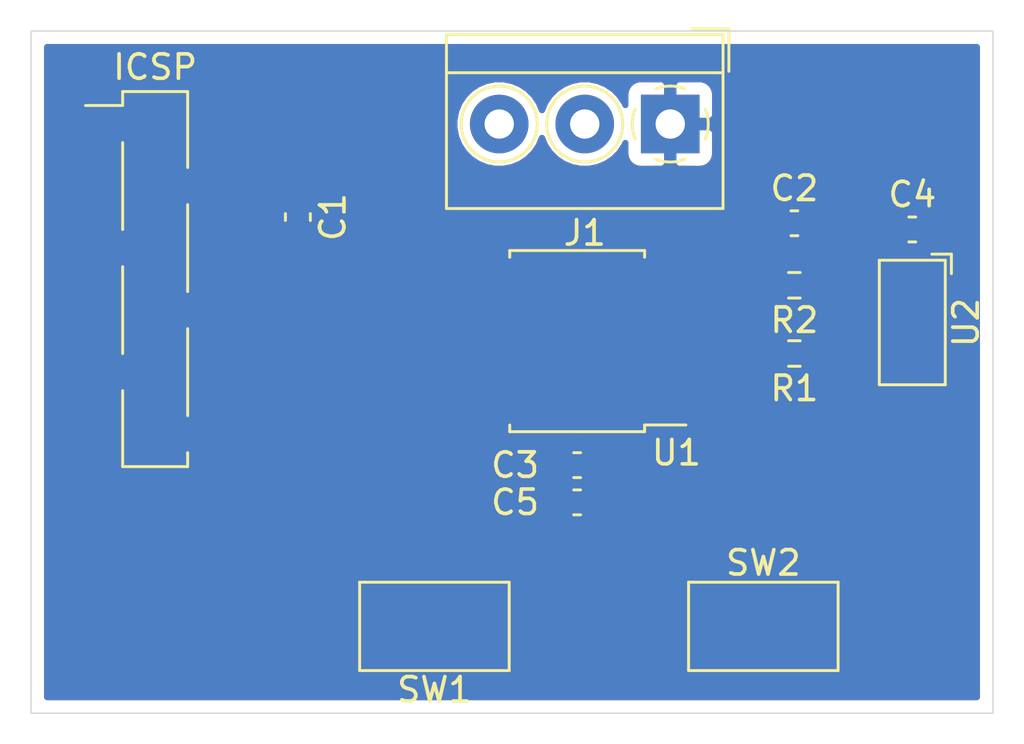
<source format=kicad_pcb>
(kicad_pcb (version 20171130) (host pcbnew "(5.1.10)-1")

  (general
    (thickness 1.6)
    (drawings 4)
    (tracks 0)
    (zones 0)
    (modules 13)
    (nets 14)
  )

  (page A4)
  (layers
    (0 F.Cu signal)
    (31 B.Cu signal)
    (32 B.Adhes user)
    (33 F.Adhes user)
    (34 B.Paste user hide)
    (35 F.Paste user)
    (36 B.SilkS user)
    (37 F.SilkS user)
    (38 B.Mask user)
    (39 F.Mask user)
    (40 Dwgs.User user hide)
    (41 Cmts.User user)
    (42 Eco1.User user)
    (43 Eco2.User user)
    (44 Edge.Cuts user)
    (45 Margin user)
    (46 B.CrtYd user hide)
    (47 F.CrtYd user hide)
    (48 B.Fab user hide)
    (49 F.Fab user hide)
  )

  (setup
    (last_trace_width 0.25)
    (trace_clearance 0.2)
    (zone_clearance 0.508)
    (zone_45_only no)
    (trace_min 0.2)
    (via_size 0.8)
    (via_drill 0.4)
    (via_min_size 0.4)
    (via_min_drill 0.3)
    (uvia_size 0.3)
    (uvia_drill 0.1)
    (uvias_allowed no)
    (uvia_min_size 0.2)
    (uvia_min_drill 0.1)
    (edge_width 0.05)
    (segment_width 0.2)
    (pcb_text_width 0.3)
    (pcb_text_size 1.5 1.5)
    (mod_edge_width 0.12)
    (mod_text_size 1 1)
    (mod_text_width 0.15)
    (pad_size 1.524 1.524)
    (pad_drill 0.762)
    (pad_to_mask_clearance 0)
    (aux_axis_origin 0 0)
    (visible_elements 7FFFFFFF)
    (pcbplotparams
      (layerselection 0x010fc_ffffffff)
      (usegerberextensions false)
      (usegerberattributes true)
      (usegerberadvancedattributes true)
      (creategerberjobfile true)
      (excludeedgelayer true)
      (linewidth 0.100000)
      (plotframeref false)
      (viasonmask false)
      (mode 1)
      (useauxorigin false)
      (hpglpennumber 1)
      (hpglpenspeed 20)
      (hpglpendiameter 15.000000)
      (psnegative false)
      (psa4output false)
      (plotreference true)
      (plotvalue true)
      (plotinvisibletext false)
      (padsonsilk false)
      (subtractmaskfromsilk false)
      (outputformat 1)
      (mirror false)
      (drillshape 1)
      (scaleselection 1)
      (outputdirectory ""))
  )

  (net 0 "")
  (net 1 GND)
  (net 2 VCC)
  (net 3 "Net-(J1-Pad2)")
  (net 4 "Net-(J2-Pad1)")
  (net 5 SDA)
  (net 6 SCL)
  (net 7 "Net-(SW1-Pad1)")
  (net 8 "Net-(SW2-Pad1)")
  (net 9 "Net-(J2-Pad4)")
  (net 10 "Net-(J2-Pad5)")
  (net 11 XSHUT)
  (net 12 INT)
  (net 13 "Net-(J1-Pad3)")

  (net_class Default "This is the default net class."
    (clearance 0.2)
    (trace_width 0.25)
    (via_dia 0.8)
    (via_drill 0.4)
    (uvia_dia 0.3)
    (uvia_drill 0.1)
    (add_net GND)
    (add_net INT)
    (add_net "Net-(J1-Pad2)")
    (add_net "Net-(J1-Pad3)")
    (add_net "Net-(J2-Pad1)")
    (add_net "Net-(J2-Pad4)")
    (add_net "Net-(J2-Pad5)")
    (add_net "Net-(SW1-Pad1)")
    (add_net "Net-(SW2-Pad1)")
    (add_net SCL)
    (add_net SDA)
    (add_net VCC)
    (add_net XSHUT)
  )

  (module Connector_PinHeader_2.54mm:PinHeader_1x06_P2.54mm_Vertical_SMD_Pin1Left (layer F.Cu) (tedit 59FED5CC) (tstamp 60F13BCA)
    (at 119.38 73.66)
    (descr "surface-mounted straight pin header, 1x06, 2.54mm pitch, single row, style 1 (pin 1 left)")
    (tags "Surface mounted pin header SMD 1x06 2.54mm single row style1 pin1 left")
    (path /60F3AEC3)
    (attr smd)
    (fp_text reference ICSP (at 0 -8.68) (layer F.SilkS)
      (effects (font (size 1 1) (thickness 0.15)))
    )
    (fp_text value Conn_01x06_Male (at 0 8.68) (layer F.Fab)
      (effects (font (size 1 1) (thickness 0.15)))
    )
    (fp_line (start 3.45 -8.15) (end -3.45 -8.15) (layer F.CrtYd) (width 0.05))
    (fp_line (start 3.45 8.15) (end 3.45 -8.15) (layer F.CrtYd) (width 0.05))
    (fp_line (start -3.45 8.15) (end 3.45 8.15) (layer F.CrtYd) (width 0.05))
    (fp_line (start -3.45 -8.15) (end -3.45 8.15) (layer F.CrtYd) (width 0.05))
    (fp_line (start -1.33 4.57) (end -1.33 7.68) (layer F.SilkS) (width 0.12))
    (fp_line (start -1.33 -0.51) (end -1.33 3.05) (layer F.SilkS) (width 0.12))
    (fp_line (start -1.33 -5.59) (end -1.33 -2.03) (layer F.SilkS) (width 0.12))
    (fp_line (start 1.33 2.03) (end 1.33 5.59) (layer F.SilkS) (width 0.12))
    (fp_line (start 1.33 -3.05) (end 1.33 0.51) (layer F.SilkS) (width 0.12))
    (fp_line (start 1.33 7.11) (end 1.33 7.68) (layer F.SilkS) (width 0.12))
    (fp_line (start -1.33 -7.68) (end -1.33 -7.11) (layer F.SilkS) (width 0.12))
    (fp_line (start -1.33 -7.11) (end -2.85 -7.11) (layer F.SilkS) (width 0.12))
    (fp_line (start 1.33 -7.68) (end 1.33 -4.57) (layer F.SilkS) (width 0.12))
    (fp_line (start -1.33 7.68) (end 1.33 7.68) (layer F.SilkS) (width 0.12))
    (fp_line (start -1.33 -7.68) (end 1.33 -7.68) (layer F.SilkS) (width 0.12))
    (fp_line (start 2.54 6.67) (end 1.27 6.67) (layer F.Fab) (width 0.1))
    (fp_line (start 2.54 6.03) (end 2.54 6.67) (layer F.Fab) (width 0.1))
    (fp_line (start 1.27 6.03) (end 2.54 6.03) (layer F.Fab) (width 0.1))
    (fp_line (start 2.54 1.59) (end 1.27 1.59) (layer F.Fab) (width 0.1))
    (fp_line (start 2.54 0.95) (end 2.54 1.59) (layer F.Fab) (width 0.1))
    (fp_line (start 1.27 0.95) (end 2.54 0.95) (layer F.Fab) (width 0.1))
    (fp_line (start 2.54 -3.49) (end 1.27 -3.49) (layer F.Fab) (width 0.1))
    (fp_line (start 2.54 -4.13) (end 2.54 -3.49) (layer F.Fab) (width 0.1))
    (fp_line (start 1.27 -4.13) (end 2.54 -4.13) (layer F.Fab) (width 0.1))
    (fp_line (start -2.54 4.13) (end -1.27 4.13) (layer F.Fab) (width 0.1))
    (fp_line (start -2.54 3.49) (end -2.54 4.13) (layer F.Fab) (width 0.1))
    (fp_line (start -1.27 3.49) (end -2.54 3.49) (layer F.Fab) (width 0.1))
    (fp_line (start -2.54 -0.95) (end -1.27 -0.95) (layer F.Fab) (width 0.1))
    (fp_line (start -2.54 -1.59) (end -2.54 -0.95) (layer F.Fab) (width 0.1))
    (fp_line (start -1.27 -1.59) (end -2.54 -1.59) (layer F.Fab) (width 0.1))
    (fp_line (start -2.54 -6.03) (end -1.27 -6.03) (layer F.Fab) (width 0.1))
    (fp_line (start -2.54 -6.67) (end -2.54 -6.03) (layer F.Fab) (width 0.1))
    (fp_line (start -1.27 -6.67) (end -2.54 -6.67) (layer F.Fab) (width 0.1))
    (fp_line (start 1.27 -7.62) (end 1.27 7.62) (layer F.Fab) (width 0.1))
    (fp_line (start -1.27 -6.67) (end -0.32 -7.62) (layer F.Fab) (width 0.1))
    (fp_line (start -1.27 7.62) (end -1.27 -6.67) (layer F.Fab) (width 0.1))
    (fp_line (start -0.32 -7.62) (end 1.27 -7.62) (layer F.Fab) (width 0.1))
    (fp_line (start 1.27 7.62) (end -1.27 7.62) (layer F.Fab) (width 0.1))
    (fp_text user %R (at 0 0 90) (layer F.Fab)
      (effects (font (size 1 1) (thickness 0.15)))
    )
    (pad 6 smd rect (at 1.655 6.35) (size 2.51 1) (layers F.Cu F.Paste F.Mask))
    (pad 4 smd rect (at 1.655 1.27) (size 2.51 1) (layers F.Cu F.Paste F.Mask)
      (net 9 "Net-(J2-Pad4)"))
    (pad 2 smd rect (at 1.655 -3.81) (size 2.51 1) (layers F.Cu F.Paste F.Mask)
      (net 2 VCC))
    (pad 5 smd rect (at -1.655 3.81) (size 2.51 1) (layers F.Cu F.Paste F.Mask)
      (net 10 "Net-(J2-Pad5)"))
    (pad 3 smd rect (at -1.655 -1.27) (size 2.51 1) (layers F.Cu F.Paste F.Mask)
      (net 1 GND))
    (pad 1 smd rect (at -1.655 -6.35) (size 2.51 1) (layers F.Cu F.Paste F.Mask)
      (net 4 "Net-(J2-Pad1)"))
    (model ${KISYS3DMOD}/Connector_PinHeader_2.54mm.3dshapes/PinHeader_1x06_P2.54mm_Vertical_SMD_Pin1Left.wrl
      (at (xyz 0 0 0))
      (scale (xyz 1 1 1))
      (rotate (xyz 0 0 0))
    )
  )

  (module TerminalBlock_4Ucon:TerminalBlock_4Ucon_1x03_P3.50mm_Horizontal (layer F.Cu) (tedit 5B294E91) (tstamp 60F13BAD)
    (at 140.462 67.31 180)
    (descr "Terminal Block 4Ucon ItemNo. 20193, 3 pins, pitch 3.5mm, size 11.2x7mm^2, drill diamater 1.2mm, pad diameter 2.4mm, see http://www.4uconnector.com/online/object/4udrawing/20193.pdf, script-generated using https://github.com/pointhi/kicad-footprint-generator/scripts/TerminalBlock_4Ucon")
    (tags "THT Terminal Block 4Ucon ItemNo. 20193 pitch 3.5mm size 11.2x7mm^2 drill 1.2mm pad 2.4mm")
    (path /60F4EE9B)
    (fp_text reference J1 (at 3.5 -4.46) (layer F.SilkS)
      (effects (font (size 1 1) (thickness 0.15)))
    )
    (fp_text value Screw_Terminal_01x03 (at 3.5 4.66) (layer F.Fab)
      (effects (font (size 1 1) (thickness 0.15)))
    )
    (fp_line (start 9.6 -3.9) (end -2.6 -3.9) (layer F.CrtYd) (width 0.05))
    (fp_line (start 9.6 4.1) (end 9.6 -3.9) (layer F.CrtYd) (width 0.05))
    (fp_line (start -2.6 4.1) (end 9.6 4.1) (layer F.CrtYd) (width 0.05))
    (fp_line (start -2.6 -3.9) (end -2.6 4.1) (layer F.CrtYd) (width 0.05))
    (fp_line (start -2.4 3.9) (end -0.9 3.9) (layer F.SilkS) (width 0.12))
    (fp_line (start -2.4 2.16) (end -2.4 3.9) (layer F.SilkS) (width 0.12))
    (fp_line (start 5.9 0.069) (end 5.9 -0.069) (layer F.Fab) (width 0.1))
    (fp_line (start 6.931 0.069) (end 5.9 0.069) (layer F.Fab) (width 0.1))
    (fp_line (start 6.931 1.1) (end 6.931 0.069) (layer F.Fab) (width 0.1))
    (fp_line (start 7.069 1.1) (end 6.931 1.1) (layer F.Fab) (width 0.1))
    (fp_line (start 7.069 0.069) (end 7.069 1.1) (layer F.Fab) (width 0.1))
    (fp_line (start 8.1 0.069) (end 7.069 0.069) (layer F.Fab) (width 0.1))
    (fp_line (start 8.1 -0.069) (end 8.1 0.069) (layer F.Fab) (width 0.1))
    (fp_line (start 7.069 -0.069) (end 8.1 -0.069) (layer F.Fab) (width 0.1))
    (fp_line (start 7.069 -1.1) (end 7.069 -0.069) (layer F.Fab) (width 0.1))
    (fp_line (start 6.931 -1.1) (end 7.069 -1.1) (layer F.Fab) (width 0.1))
    (fp_line (start 6.931 -0.069) (end 6.931 -1.1) (layer F.Fab) (width 0.1))
    (fp_line (start 5.9 -0.069) (end 6.931 -0.069) (layer F.Fab) (width 0.1))
    (fp_line (start 2.4 0.069) (end 2.4 -0.069) (layer F.Fab) (width 0.1))
    (fp_line (start 3.431 0.069) (end 2.4 0.069) (layer F.Fab) (width 0.1))
    (fp_line (start 3.431 1.1) (end 3.431 0.069) (layer F.Fab) (width 0.1))
    (fp_line (start 3.569 1.1) (end 3.431 1.1) (layer F.Fab) (width 0.1))
    (fp_line (start 3.569 0.069) (end 3.569 1.1) (layer F.Fab) (width 0.1))
    (fp_line (start 4.6 0.069) (end 3.569 0.069) (layer F.Fab) (width 0.1))
    (fp_line (start 4.6 -0.069) (end 4.6 0.069) (layer F.Fab) (width 0.1))
    (fp_line (start 3.569 -0.069) (end 4.6 -0.069) (layer F.Fab) (width 0.1))
    (fp_line (start 3.569 -1.1) (end 3.569 -0.069) (layer F.Fab) (width 0.1))
    (fp_line (start 3.431 -1.1) (end 3.569 -1.1) (layer F.Fab) (width 0.1))
    (fp_line (start 3.431 -0.069) (end 3.431 -1.1) (layer F.Fab) (width 0.1))
    (fp_line (start 2.4 -0.069) (end 3.431 -0.069) (layer F.Fab) (width 0.1))
    (fp_line (start -1.1 0.069) (end -1.1 -0.069) (layer F.Fab) (width 0.1))
    (fp_line (start -0.069 0.069) (end -1.1 0.069) (layer F.Fab) (width 0.1))
    (fp_line (start -0.069 1.1) (end -0.069 0.069) (layer F.Fab) (width 0.1))
    (fp_line (start 0.069 1.1) (end -0.069 1.1) (layer F.Fab) (width 0.1))
    (fp_line (start 0.069 0.069) (end 0.069 1.1) (layer F.Fab) (width 0.1))
    (fp_line (start 1.1 0.069) (end 0.069 0.069) (layer F.Fab) (width 0.1))
    (fp_line (start 1.1 -0.069) (end 1.1 0.069) (layer F.Fab) (width 0.1))
    (fp_line (start 0.069 -0.069) (end 1.1 -0.069) (layer F.Fab) (width 0.1))
    (fp_line (start 0.069 -1.1) (end 0.069 -0.069) (layer F.Fab) (width 0.1))
    (fp_line (start -0.069 -1.1) (end 0.069 -1.1) (layer F.Fab) (width 0.1))
    (fp_line (start -0.069 -0.069) (end -0.069 -1.1) (layer F.Fab) (width 0.1))
    (fp_line (start -1.1 -0.069) (end -0.069 -0.069) (layer F.Fab) (width 0.1))
    (fp_line (start 9.16 -3.46) (end 9.16 3.66) (layer F.SilkS) (width 0.12))
    (fp_line (start -2.16 -3.46) (end -2.16 3.66) (layer F.SilkS) (width 0.12))
    (fp_line (start -2.16 3.66) (end 9.16 3.66) (layer F.SilkS) (width 0.12))
    (fp_line (start -2.16 -3.46) (end 9.16 -3.46) (layer F.SilkS) (width 0.12))
    (fp_line (start -2.16 2.1) (end 9.16 2.1) (layer F.SilkS) (width 0.12))
    (fp_line (start -2.1 2.1) (end 9.1 2.1) (layer F.Fab) (width 0.1))
    (fp_line (start -2.1 2.1) (end -2.1 -3.4) (layer F.Fab) (width 0.1))
    (fp_line (start -0.6 3.6) (end -2.1 2.1) (layer F.Fab) (width 0.1))
    (fp_line (start 9.1 3.6) (end -0.6 3.6) (layer F.Fab) (width 0.1))
    (fp_line (start 9.1 -3.4) (end 9.1 3.6) (layer F.Fab) (width 0.1))
    (fp_line (start -2.1 -3.4) (end 9.1 -3.4) (layer F.Fab) (width 0.1))
    (fp_circle (center 7 0) (end 8.555 0) (layer F.SilkS) (width 0.12))
    (fp_circle (center 7 0) (end 8.375 0) (layer F.Fab) (width 0.1))
    (fp_circle (center 3.5 0) (end 5.055 0) (layer F.SilkS) (width 0.12))
    (fp_circle (center 3.5 0) (end 4.875 0) (layer F.Fab) (width 0.1))
    (fp_circle (center 0 0) (end 1.375 0) (layer F.Fab) (width 0.1))
    (fp_text user %R (at 3.5 2.9) (layer F.Fab)
      (effects (font (size 1 1) (thickness 0.15)))
    )
    (fp_arc (start 0 0) (end -0.608 1.432) (angle -24) (layer F.SilkS) (width 0.12))
    (fp_arc (start 0 0) (end -1.432 -0.608) (angle -46) (layer F.SilkS) (width 0.12))
    (fp_arc (start 0 0) (end 0.608 -1.432) (angle -46) (layer F.SilkS) (width 0.12))
    (fp_arc (start 0 0) (end 1.432 0.608) (angle -46) (layer F.SilkS) (width 0.12))
    (fp_arc (start 0 0) (end 0 1.555) (angle -23) (layer F.SilkS) (width 0.12))
    (pad 3 thru_hole circle (at 7 0 180) (size 2.4 2.4) (drill 1.2) (layers *.Cu *.Mask)
      (net 13 "Net-(J1-Pad3)"))
    (pad 2 thru_hole circle (at 3.5 0 180) (size 2.4 2.4) (drill 1.2) (layers *.Cu *.Mask)
      (net 3 "Net-(J1-Pad2)"))
    (pad 1 thru_hole rect (at 0 0 180) (size 2.4 2.4) (drill 1.2) (layers *.Cu *.Mask)
      (net 1 GND))
    (model ${KISYS3DMOD}/TerminalBlock_4Ucon.3dshapes/TerminalBlock_4Ucon_1x03_P3.50mm_Horizontal.wrl
      (at (xyz 0 0 0))
      (scale (xyz 1 1 1))
      (rotate (xyz 0 0 0))
    )
  )

  (module Sensor_Distance:ST_VL53L1x (layer F.Cu) (tedit 5DEE2EAC) (tstamp 60F13C6E)
    (at 150.368 75.438 270)
    (descr "VL53L1x distance sensor")
    (tags "VL53L1CXV0FY1 VL53L1x")
    (path /60F0FA1F)
    (attr smd)
    (fp_text reference U2 (at 0 -2.2 90) (layer F.SilkS)
      (effects (font (size 1 1) (thickness 0.15)))
    )
    (fp_text value VL53L1CXV0FY1 (at 0 2.3 90) (layer F.Fab)
      (effects (font (size 1 1) (thickness 0.15)))
    )
    (fp_line (start -2.8 -1.6) (end -2 -1.6) (layer F.SilkS) (width 0.12))
    (fp_line (start -2.8 -0.8) (end -2.8 -1.6) (layer F.SilkS) (width 0.12))
    (fp_line (start 2.7 -1.5) (end -2.7 -1.5) (layer F.CrtYd) (width 0.05))
    (fp_line (start 2.7 1.5) (end 2.7 -1.5) (layer F.CrtYd) (width 0.05))
    (fp_line (start -2.7 1.5) (end 2.7 1.5) (layer F.CrtYd) (width 0.05))
    (fp_line (start -2.7 -1.5) (end -2.7 1.5) (layer F.CrtYd) (width 0.05))
    (fp_line (start 2.55 -1.35) (end -2.55 -1.35) (layer F.SilkS) (width 0.12))
    (fp_line (start 2.55 1.35) (end 2.55 -1.35) (layer F.SilkS) (width 0.12))
    (fp_line (start -2.55 1.35) (end 2.55 1.35) (layer F.SilkS) (width 0.12))
    (fp_line (start -2.55 -1.35) (end -2.55 1.35) (layer F.SilkS) (width 0.12))
    (fp_line (start -2.45 -0.75) (end -1.95 -1.25) (layer F.Fab) (width 0.1))
    (fp_line (start -2.45 -0.75) (end -2.45 1.25) (layer F.Fab) (width 0.1))
    (fp_line (start 2.45 -1.25) (end 2.45 1.25) (layer F.Fab) (width 0.1))
    (fp_line (start 2.45 1.25) (end -2.45 1.25) (layer F.Fab) (width 0.1))
    (fp_line (start -1.95 -1.25) (end 2.45 -1.25) (layer F.Fab) (width 0.1))
    (fp_text user %R (at 0 0 90) (layer F.Fab)
      (effects (font (size 1 1) (thickness 0.15)))
    )
    (pad 1 smd roundrect (at -1.74 -0.675 270) (size 0.38 0.25) (layers F.Cu F.Paste F.Mask) (roundrect_rratio 0.25)
      (net 2 VCC))
    (pad 11 smd roundrect (at -1.6 0.8 270) (size 0.5 0.5) (layers F.Cu F.Paste F.Mask) (roundrect_rratio 0.25)
      (net 2 VCC))
    (pad 10 smd roundrect (at -0.8 0.8 270) (size 0.5 0.5) (layers F.Cu F.Paste F.Mask) (roundrect_rratio 0.25)
      (net 6 SCL))
    (pad 9 smd roundrect (at 0 0.8 270) (size 0.5 0.5) (layers F.Cu F.Paste F.Mask) (roundrect_rratio 0.25)
      (net 5 SDA))
    (pad 8 smd roundrect (at 0.8 0.8 270) (size 0.5 0.5) (layers F.Cu F.Paste F.Mask) (roundrect_rratio 0.25))
    (pad 12 smd roundrect (at -1.6 0 270) (size 0.5 0.5) (layers F.Cu F.Paste F.Mask) (roundrect_rratio 0.25)
      (net 1 GND))
    (pad 7 smd roundrect (at 1.6 0.8 270) (size 0.5 0.5) (layers F.Cu F.Paste F.Mask) (roundrect_rratio 0.25)
      (net 12 INT))
    (pad 6 smd roundrect (at 1.6 0 270) (size 0.5 0.5) (layers F.Cu F.Paste F.Mask) (roundrect_rratio 0.25)
      (net 1 GND))
    (pad 5 smd roundrect (at 1.6 -0.8 270) (size 0.5 0.5) (layers F.Cu F.Paste F.Mask) (roundrect_rratio 0.25)
      (net 11 XSHUT))
    (pad 4 smd roundrect (at 0.8 -0.8 270) (size 0.5 0.5) (layers F.Cu F.Paste F.Mask) (roundrect_rratio 0.25)
      (net 1 GND))
    (pad 3 smd roundrect (at 0 -0.8 270) (size 0.5 0.5) (layers F.Cu F.Paste F.Mask) (roundrect_rratio 0.25)
      (net 1 GND))
    (pad 2 smd roundrect (at -0.8 -0.8 270) (size 0.5 0.5) (layers F.Cu F.Paste F.Mask) (roundrect_rratio 0.25)
      (net 1 GND))
    (pad 1 smd roundrect (at -1.6 -0.8 270) (size 0.5 0.5) (layers F.Cu F.Paste F.Mask) (roundrect_rratio 0.25)
      (net 2 VCC))
    (model ${KISYS3DMOD}/Sensor_Distance.3dshapes/ST_VL53L1x.wrl
      (at (xyz 0 0 0))
      (scale (xyz 1 1 1))
      (rotate (xyz 0 0 0))
    )
  )

  (module Package_SO:SSOP-20_5.3x7.2mm_P0.65mm (layer F.Cu) (tedit 5D9F72B1) (tstamp 60F13C4D)
    (at 136.652 76.2 180)
    (descr "SSOP, 20 Pin (http://ww1.microchip.com/downloads/en/DeviceDoc/40001800C.pdf), generated with kicad-footprint-generator ipc_gullwing_generator.py")
    (tags "SSOP SO")
    (path /60F0DD04)
    (attr smd)
    (fp_text reference U1 (at -4.064 -4.572) (layer F.SilkS)
      (effects (font (size 1 1) (thickness 0.15)))
    )
    (fp_text value PIC16F18346-SS_0 (at 0 4.55) (layer F.Fab)
      (effects (font (size 1 1) (thickness 0.15)))
    )
    (fp_line (start 4.7 -3.85) (end -4.7 -3.85) (layer F.CrtYd) (width 0.05))
    (fp_line (start 4.7 3.85) (end 4.7 -3.85) (layer F.CrtYd) (width 0.05))
    (fp_line (start -4.7 3.85) (end 4.7 3.85) (layer F.CrtYd) (width 0.05))
    (fp_line (start -4.7 -3.85) (end -4.7 3.85) (layer F.CrtYd) (width 0.05))
    (fp_line (start -2.65 -2.6) (end -1.65 -3.6) (layer F.Fab) (width 0.1))
    (fp_line (start -2.65 3.6) (end -2.65 -2.6) (layer F.Fab) (width 0.1))
    (fp_line (start 2.65 3.6) (end -2.65 3.6) (layer F.Fab) (width 0.1))
    (fp_line (start 2.65 -3.6) (end 2.65 3.6) (layer F.Fab) (width 0.1))
    (fp_line (start -1.65 -3.6) (end 2.65 -3.6) (layer F.Fab) (width 0.1))
    (fp_line (start -2.76 -3.435) (end -4.45 -3.435) (layer F.SilkS) (width 0.12))
    (fp_line (start -2.76 -3.71) (end -2.76 -3.435) (layer F.SilkS) (width 0.12))
    (fp_line (start 0 -3.71) (end -2.76 -3.71) (layer F.SilkS) (width 0.12))
    (fp_line (start 2.76 -3.71) (end 2.76 -3.435) (layer F.SilkS) (width 0.12))
    (fp_line (start 0 -3.71) (end 2.76 -3.71) (layer F.SilkS) (width 0.12))
    (fp_line (start -2.76 3.71) (end -2.76 3.435) (layer F.SilkS) (width 0.12))
    (fp_line (start 0 3.71) (end -2.76 3.71) (layer F.SilkS) (width 0.12))
    (fp_line (start 2.76 3.71) (end 2.76 3.435) (layer F.SilkS) (width 0.12))
    (fp_line (start 0 3.71) (end 2.76 3.71) (layer F.SilkS) (width 0.12))
    (fp_text user %R (at 0 0) (layer F.Fab)
      (effects (font (size 1 1) (thickness 0.15)))
    )
    (pad 20 smd roundrect (at 3.5 -2.925 180) (size 1.9 0.5) (layers F.Cu F.Paste F.Mask) (roundrect_rratio 0.25)
      (net 1 GND))
    (pad 19 smd roundrect (at 3.5 -2.275 180) (size 1.9 0.5) (layers F.Cu F.Paste F.Mask) (roundrect_rratio 0.25)
      (net 9 "Net-(J2-Pad4)"))
    (pad 18 smd roundrect (at 3.5 -1.625 180) (size 1.9 0.5) (layers F.Cu F.Paste F.Mask) (roundrect_rratio 0.25)
      (net 10 "Net-(J2-Pad5)"))
    (pad 17 smd roundrect (at 3.5 -0.975 180) (size 1.9 0.5) (layers F.Cu F.Paste F.Mask) (roundrect_rratio 0.25))
    (pad 16 smd roundrect (at 3.5 -0.325 180) (size 1.9 0.5) (layers F.Cu F.Paste F.Mask) (roundrect_rratio 0.25)
      (net 11 XSHUT))
    (pad 15 smd roundrect (at 3.5 0.325 180) (size 1.9 0.5) (layers F.Cu F.Paste F.Mask) (roundrect_rratio 0.25)
      (net 12 INT))
    (pad 14 smd roundrect (at 3.5 0.975 180) (size 1.9 0.5) (layers F.Cu F.Paste F.Mask) (roundrect_rratio 0.25))
    (pad 13 smd roundrect (at 3.5 1.625 180) (size 1.9 0.5) (layers F.Cu F.Paste F.Mask) (roundrect_rratio 0.25))
    (pad 12 smd roundrect (at 3.5 2.275 180) (size 1.9 0.5) (layers F.Cu F.Paste F.Mask) (roundrect_rratio 0.25))
    (pad 11 smd roundrect (at 3.5 2.925 180) (size 1.9 0.5) (layers F.Cu F.Paste F.Mask) (roundrect_rratio 0.25)
      (net 13 "Net-(J1-Pad3)"))
    (pad 10 smd roundrect (at -3.5 2.925 180) (size 1.9 0.5) (layers F.Cu F.Paste F.Mask) (roundrect_rratio 0.25)
      (net 3 "Net-(J1-Pad2)"))
    (pad 9 smd roundrect (at -3.5 2.275 180) (size 1.9 0.5) (layers F.Cu F.Paste F.Mask) (roundrect_rratio 0.25)
      (net 6 SCL))
    (pad 8 smd roundrect (at -3.5 1.625 180) (size 1.9 0.5) (layers F.Cu F.Paste F.Mask) (roundrect_rratio 0.25)
      (net 5 SDA))
    (pad 7 smd roundrect (at -3.5 0.975 180) (size 1.9 0.5) (layers F.Cu F.Paste F.Mask) (roundrect_rratio 0.25)
      (net 7 "Net-(SW1-Pad1)"))
    (pad 6 smd roundrect (at -3.5 0.325 180) (size 1.9 0.5) (layers F.Cu F.Paste F.Mask) (roundrect_rratio 0.25))
    (pad 5 smd roundrect (at -3.5 -0.325 180) (size 1.9 0.5) (layers F.Cu F.Paste F.Mask) (roundrect_rratio 0.25)
      (net 8 "Net-(SW2-Pad1)"))
    (pad 4 smd roundrect (at -3.5 -0.975 180) (size 1.9 0.5) (layers F.Cu F.Paste F.Mask) (roundrect_rratio 0.25)
      (net 4 "Net-(J2-Pad1)"))
    (pad 3 smd roundrect (at -3.5 -1.625 180) (size 1.9 0.5) (layers F.Cu F.Paste F.Mask) (roundrect_rratio 0.25))
    (pad 2 smd roundrect (at -3.5 -2.275 180) (size 1.9 0.5) (layers F.Cu F.Paste F.Mask) (roundrect_rratio 0.25))
    (pad 1 smd roundrect (at -3.5 -2.925 180) (size 1.9 0.5) (layers F.Cu F.Paste F.Mask) (roundrect_rratio 0.25)
      (net 2 VCC))
    (model ${KISYS3DMOD}/Package_SO.3dshapes/SSOP-20_5.3x7.2mm_P0.65mm.wrl
      (at (xyz 0 0 0))
      (scale (xyz 1 1 1))
      (rotate (xyz 0 0 0))
    )
  )

  (module Button_Switch_SMD:SW_SPST_FSMSM (layer F.Cu) (tedit 5A02FC95) (tstamp 60F13C22)
    (at 144.272 87.884)
    (descr http://www.te.com/commerce/DocumentDelivery/DDEController?Action=srchrtrv&DocNm=1437566-3&DocType=Customer+Drawing&DocLang=English)
    (tags "SPST button tactile switch")
    (path /60FA5E69)
    (attr smd)
    (fp_text reference SW2 (at 0 -2.6) (layer F.SilkS)
      (effects (font (size 1 1) (thickness 0.15)))
    )
    (fp_text value SW_SPST (at 0 3) (layer F.Fab)
      (effects (font (size 1 1) (thickness 0.15)))
    )
    (fp_line (start -5.95 -2) (end 5.95 -2) (layer F.CrtYd) (width 0.05))
    (fp_line (start -5.95 -2) (end -5.95 2) (layer F.CrtYd) (width 0.05))
    (fp_line (start 3 -1.75) (end 3 1.75) (layer F.Fab) (width 0.1))
    (fp_line (start -3 -1.75) (end -3 1.75) (layer F.Fab) (width 0.1))
    (fp_line (start -3 -1.75) (end 3 -1.75) (layer F.Fab) (width 0.1))
    (fp_line (start -3 1.75) (end 3 1.75) (layer F.Fab) (width 0.1))
    (fp_line (start 5.95 -2) (end 5.95 2) (layer F.CrtYd) (width 0.05))
    (fp_line (start -5.95 2) (end 5.95 2) (layer F.CrtYd) (width 0.05))
    (fp_line (start -1.5 -0.8) (end -1.5 0.8) (layer F.Fab) (width 0.1))
    (fp_line (start 1.5 -0.8) (end 1.5 0.8) (layer F.Fab) (width 0.1))
    (fp_line (start -1.5 -0.8) (end 1.5 -0.8) (layer F.Fab) (width 0.1))
    (fp_line (start -1.5 0.8) (end 1.5 0.8) (layer F.Fab) (width 0.1))
    (fp_line (start -3.06 1.81) (end -3.06 -1.81) (layer F.SilkS) (width 0.12))
    (fp_line (start 3.06 1.81) (end -3.06 1.81) (layer F.SilkS) (width 0.12))
    (fp_line (start 3.06 -1.81) (end 3.06 1.81) (layer F.SilkS) (width 0.12))
    (fp_line (start -3.06 -1.81) (end 3.06 -1.81) (layer F.SilkS) (width 0.12))
    (fp_line (start -1.75 1) (end -1.75 -1) (layer F.Fab) (width 0.1))
    (fp_line (start 1.75 1) (end -1.75 1) (layer F.Fab) (width 0.1))
    (fp_line (start 1.75 -1) (end 1.75 1) (layer F.Fab) (width 0.1))
    (fp_line (start -1.75 -1) (end 1.75 -1) (layer F.Fab) (width 0.1))
    (fp_text user %R (at 0 -2.6) (layer F.Fab)
      (effects (font (size 1 1) (thickness 0.15)))
    )
    (pad 2 smd rect (at 4.59 0) (size 2.18 1.6) (layers F.Cu F.Paste F.Mask)
      (net 1 GND))
    (pad 1 smd rect (at -4.59 0) (size 2.18 1.6) (layers F.Cu F.Paste F.Mask)
      (net 8 "Net-(SW2-Pad1)"))
    (model ${KISYS3DMOD}/Button_Switch_SMD.3dshapes/SW_SPST_FSMSM.wrl
      (at (xyz 0 0 0))
      (scale (xyz 1 1 1))
      (rotate (xyz 0 0 0))
    )
  )

  (module Button_Switch_SMD:SW_SPST_FSMSM (layer F.Cu) (tedit 5A02FC95) (tstamp 60F13C07)
    (at 130.81 87.884 180)
    (descr http://www.te.com/commerce/DocumentDelivery/DDEController?Action=srchrtrv&DocNm=1437566-3&DocType=Customer+Drawing&DocLang=English)
    (tags "SPST button tactile switch")
    (path /60F9B9B3)
    (attr smd)
    (fp_text reference SW1 (at 0 -2.6) (layer F.SilkS)
      (effects (font (size 1 1) (thickness 0.15)))
    )
    (fp_text value SW_SPST (at 0 3) (layer F.Fab)
      (effects (font (size 1 1) (thickness 0.15)))
    )
    (fp_line (start -5.95 -2) (end 5.95 -2) (layer F.CrtYd) (width 0.05))
    (fp_line (start -5.95 -2) (end -5.95 2) (layer F.CrtYd) (width 0.05))
    (fp_line (start 3 -1.75) (end 3 1.75) (layer F.Fab) (width 0.1))
    (fp_line (start -3 -1.75) (end -3 1.75) (layer F.Fab) (width 0.1))
    (fp_line (start -3 -1.75) (end 3 -1.75) (layer F.Fab) (width 0.1))
    (fp_line (start -3 1.75) (end 3 1.75) (layer F.Fab) (width 0.1))
    (fp_line (start 5.95 -2) (end 5.95 2) (layer F.CrtYd) (width 0.05))
    (fp_line (start -5.95 2) (end 5.95 2) (layer F.CrtYd) (width 0.05))
    (fp_line (start -1.5 -0.8) (end -1.5 0.8) (layer F.Fab) (width 0.1))
    (fp_line (start 1.5 -0.8) (end 1.5 0.8) (layer F.Fab) (width 0.1))
    (fp_line (start -1.5 -0.8) (end 1.5 -0.8) (layer F.Fab) (width 0.1))
    (fp_line (start -1.5 0.8) (end 1.5 0.8) (layer F.Fab) (width 0.1))
    (fp_line (start -3.06 1.81) (end -3.06 -1.81) (layer F.SilkS) (width 0.12))
    (fp_line (start 3.06 1.81) (end -3.06 1.81) (layer F.SilkS) (width 0.12))
    (fp_line (start 3.06 -1.81) (end 3.06 1.81) (layer F.SilkS) (width 0.12))
    (fp_line (start -3.06 -1.81) (end 3.06 -1.81) (layer F.SilkS) (width 0.12))
    (fp_line (start -1.75 1) (end -1.75 -1) (layer F.Fab) (width 0.1))
    (fp_line (start 1.75 1) (end -1.75 1) (layer F.Fab) (width 0.1))
    (fp_line (start 1.75 -1) (end 1.75 1) (layer F.Fab) (width 0.1))
    (fp_line (start -1.75 -1) (end 1.75 -1) (layer F.Fab) (width 0.1))
    (fp_text user %R (at 0 -2.6) (layer F.Fab)
      (effects (font (size 1 1) (thickness 0.15)))
    )
    (pad 2 smd rect (at 4.59 0 180) (size 2.18 1.6) (layers F.Cu F.Paste F.Mask)
      (net 1 GND))
    (pad 1 smd rect (at -4.59 0 180) (size 2.18 1.6) (layers F.Cu F.Paste F.Mask)
      (net 7 "Net-(SW1-Pad1)"))
    (model ${KISYS3DMOD}/Button_Switch_SMD.3dshapes/SW_SPST_FSMSM.wrl
      (at (xyz 0 0 0))
      (scale (xyz 1 1 1))
      (rotate (xyz 0 0 0))
    )
  )

  (module Resistor_SMD:R_0603_1608Metric (layer F.Cu) (tedit 5F68FEEE) (tstamp 60F15905)
    (at 145.542 73.914 180)
    (descr "Resistor SMD 0603 (1608 Metric), square (rectangular) end terminal, IPC_7351 nominal, (Body size source: IPC-SM-782 page 72, https://www.pcb-3d.com/wordpress/wp-content/uploads/ipc-sm-782a_amendment_1_and_2.pdf), generated with kicad-footprint-generator")
    (tags resistor)
    (path /60F32189)
    (attr smd)
    (fp_text reference R2 (at 0 -1.43) (layer F.SilkS)
      (effects (font (size 1 1) (thickness 0.15)))
    )
    (fp_text value 10k (at 0 1.43) (layer F.Fab)
      (effects (font (size 1 1) (thickness 0.15)))
    )
    (fp_line (start 1.48 0.73) (end -1.48 0.73) (layer F.CrtYd) (width 0.05))
    (fp_line (start 1.48 -0.73) (end 1.48 0.73) (layer F.CrtYd) (width 0.05))
    (fp_line (start -1.48 -0.73) (end 1.48 -0.73) (layer F.CrtYd) (width 0.05))
    (fp_line (start -1.48 0.73) (end -1.48 -0.73) (layer F.CrtYd) (width 0.05))
    (fp_line (start -0.237258 0.5225) (end 0.237258 0.5225) (layer F.SilkS) (width 0.12))
    (fp_line (start -0.237258 -0.5225) (end 0.237258 -0.5225) (layer F.SilkS) (width 0.12))
    (fp_line (start 0.8 0.4125) (end -0.8 0.4125) (layer F.Fab) (width 0.1))
    (fp_line (start 0.8 -0.4125) (end 0.8 0.4125) (layer F.Fab) (width 0.1))
    (fp_line (start -0.8 -0.4125) (end 0.8 -0.4125) (layer F.Fab) (width 0.1))
    (fp_line (start -0.8 0.4125) (end -0.8 -0.4125) (layer F.Fab) (width 0.1))
    (fp_text user %R (at 0 0) (layer F.Fab)
      (effects (font (size 0.4 0.4) (thickness 0.06)))
    )
    (pad 2 smd roundrect (at 0.825 0 180) (size 0.8 0.95) (layers F.Cu F.Paste F.Mask) (roundrect_rratio 0.25)
      (net 2 VCC))
    (pad 1 smd roundrect (at -0.825 0 180) (size 0.8 0.95) (layers F.Cu F.Paste F.Mask) (roundrect_rratio 0.25)
      (net 6 SCL))
    (model ${KISYS3DMOD}/Resistor_SMD.3dshapes/R_0603_1608Metric.wrl
      (at (xyz 0 0 0))
      (scale (xyz 1 1 1))
      (rotate (xyz 0 0 0))
    )
  )

  (module Resistor_SMD:R_0603_1608Metric (layer F.Cu) (tedit 5F68FEEE) (tstamp 60F13BDB)
    (at 145.542 76.708 180)
    (descr "Resistor SMD 0603 (1608 Metric), square (rectangular) end terminal, IPC_7351 nominal, (Body size source: IPC-SM-782 page 72, https://www.pcb-3d.com/wordpress/wp-content/uploads/ipc-sm-782a_amendment_1_and_2.pdf), generated with kicad-footprint-generator")
    (tags resistor)
    (path /60F20AFB)
    (attr smd)
    (fp_text reference R1 (at 0 -1.43) (layer F.SilkS)
      (effects (font (size 1 1) (thickness 0.15)))
    )
    (fp_text value 10k (at 0 1.43) (layer F.Fab)
      (effects (font (size 1 1) (thickness 0.15)))
    )
    (fp_line (start 1.48 0.73) (end -1.48 0.73) (layer F.CrtYd) (width 0.05))
    (fp_line (start 1.48 -0.73) (end 1.48 0.73) (layer F.CrtYd) (width 0.05))
    (fp_line (start -1.48 -0.73) (end 1.48 -0.73) (layer F.CrtYd) (width 0.05))
    (fp_line (start -1.48 0.73) (end -1.48 -0.73) (layer F.CrtYd) (width 0.05))
    (fp_line (start -0.237258 0.5225) (end 0.237258 0.5225) (layer F.SilkS) (width 0.12))
    (fp_line (start -0.237258 -0.5225) (end 0.237258 -0.5225) (layer F.SilkS) (width 0.12))
    (fp_line (start 0.8 0.4125) (end -0.8 0.4125) (layer F.Fab) (width 0.1))
    (fp_line (start 0.8 -0.4125) (end 0.8 0.4125) (layer F.Fab) (width 0.1))
    (fp_line (start -0.8 -0.4125) (end 0.8 -0.4125) (layer F.Fab) (width 0.1))
    (fp_line (start -0.8 0.4125) (end -0.8 -0.4125) (layer F.Fab) (width 0.1))
    (fp_text user %R (at 0 0) (layer F.Fab)
      (effects (font (size 0.4 0.4) (thickness 0.06)))
    )
    (pad 2 smd roundrect (at 0.825 0 180) (size 0.8 0.95) (layers F.Cu F.Paste F.Mask) (roundrect_rratio 0.25)
      (net 2 VCC))
    (pad 1 smd roundrect (at -0.825 0 180) (size 0.8 0.95) (layers F.Cu F.Paste F.Mask) (roundrect_rratio 0.25)
      (net 5 SDA))
    (model ${KISYS3DMOD}/Resistor_SMD.3dshapes/R_0603_1608Metric.wrl
      (at (xyz 0 0 0))
      (scale (xyz 1 1 1))
      (rotate (xyz 0 0 0))
    )
  )

  (module Capacitor_SMD:C_0603_1608Metric (layer F.Cu) (tedit 5F68FEEE) (tstamp 60F13B46)
    (at 136.652 82.804 180)
    (descr "Capacitor SMD 0603 (1608 Metric), square (rectangular) end terminal, IPC_7351 nominal, (Body size source: IPC-SM-782 page 76, https://www.pcb-3d.com/wordpress/wp-content/uploads/ipc-sm-782a_amendment_1_and_2.pdf), generated with kicad-footprint-generator")
    (tags capacitor)
    (path /60F57032)
    (attr smd)
    (fp_text reference C5 (at 2.54 0) (layer F.SilkS)
      (effects (font (size 1 1) (thickness 0.15)))
    )
    (fp_text value 4.7uF (at 0 1.43) (layer F.Fab)
      (effects (font (size 1 1) (thickness 0.15)))
    )
    (fp_line (start 1.48 0.73) (end -1.48 0.73) (layer F.CrtYd) (width 0.05))
    (fp_line (start 1.48 -0.73) (end 1.48 0.73) (layer F.CrtYd) (width 0.05))
    (fp_line (start -1.48 -0.73) (end 1.48 -0.73) (layer F.CrtYd) (width 0.05))
    (fp_line (start -1.48 0.73) (end -1.48 -0.73) (layer F.CrtYd) (width 0.05))
    (fp_line (start -0.14058 0.51) (end 0.14058 0.51) (layer F.SilkS) (width 0.12))
    (fp_line (start -0.14058 -0.51) (end 0.14058 -0.51) (layer F.SilkS) (width 0.12))
    (fp_line (start 0.8 0.4) (end -0.8 0.4) (layer F.Fab) (width 0.1))
    (fp_line (start 0.8 -0.4) (end 0.8 0.4) (layer F.Fab) (width 0.1))
    (fp_line (start -0.8 -0.4) (end 0.8 -0.4) (layer F.Fab) (width 0.1))
    (fp_line (start -0.8 0.4) (end -0.8 -0.4) (layer F.Fab) (width 0.1))
    (fp_text user %R (at 0 0) (layer F.Fab)
      (effects (font (size 0.4 0.4) (thickness 0.06)))
    )
    (pad 2 smd roundrect (at 0.775 0 180) (size 0.9 0.95) (layers F.Cu F.Paste F.Mask) (roundrect_rratio 0.25)
      (net 1 GND))
    (pad 1 smd roundrect (at -0.775 0 180) (size 0.9 0.95) (layers F.Cu F.Paste F.Mask) (roundrect_rratio 0.25)
      (net 2 VCC))
    (model ${KISYS3DMOD}/Capacitor_SMD.3dshapes/C_0603_1608Metric.wrl
      (at (xyz 0 0 0))
      (scale (xyz 1 1 1))
      (rotate (xyz 0 0 0))
    )
  )

  (module Capacitor_SMD:C_0603_1608Metric (layer F.Cu) (tedit 5F68FEEE) (tstamp 60F13B35)
    (at 150.368 71.628)
    (descr "Capacitor SMD 0603 (1608 Metric), square (rectangular) end terminal, IPC_7351 nominal, (Body size source: IPC-SM-782 page 76, https://www.pcb-3d.com/wordpress/wp-content/uploads/ipc-sm-782a_amendment_1_and_2.pdf), generated with kicad-footprint-generator")
    (tags capacitor)
    (path /60F91261)
    (attr smd)
    (fp_text reference C4 (at 0 -1.43) (layer F.SilkS)
      (effects (font (size 1 1) (thickness 0.15)))
    )
    (fp_text value 4.7uF (at 0 1.43) (layer F.Fab)
      (effects (font (size 1 1) (thickness 0.15)))
    )
    (fp_line (start 1.48 0.73) (end -1.48 0.73) (layer F.CrtYd) (width 0.05))
    (fp_line (start 1.48 -0.73) (end 1.48 0.73) (layer F.CrtYd) (width 0.05))
    (fp_line (start -1.48 -0.73) (end 1.48 -0.73) (layer F.CrtYd) (width 0.05))
    (fp_line (start -1.48 0.73) (end -1.48 -0.73) (layer F.CrtYd) (width 0.05))
    (fp_line (start -0.14058 0.51) (end 0.14058 0.51) (layer F.SilkS) (width 0.12))
    (fp_line (start -0.14058 -0.51) (end 0.14058 -0.51) (layer F.SilkS) (width 0.12))
    (fp_line (start 0.8 0.4) (end -0.8 0.4) (layer F.Fab) (width 0.1))
    (fp_line (start 0.8 -0.4) (end 0.8 0.4) (layer F.Fab) (width 0.1))
    (fp_line (start -0.8 -0.4) (end 0.8 -0.4) (layer F.Fab) (width 0.1))
    (fp_line (start -0.8 0.4) (end -0.8 -0.4) (layer F.Fab) (width 0.1))
    (fp_text user %R (at 0 0) (layer F.Fab)
      (effects (font (size 0.4 0.4) (thickness 0.06)))
    )
    (pad 2 smd roundrect (at 0.775 0) (size 0.9 0.95) (layers F.Cu F.Paste F.Mask) (roundrect_rratio 0.25)
      (net 1 GND))
    (pad 1 smd roundrect (at -0.775 0) (size 0.9 0.95) (layers F.Cu F.Paste F.Mask) (roundrect_rratio 0.25)
      (net 2 VCC))
    (model ${KISYS3DMOD}/Capacitor_SMD.3dshapes/C_0603_1608Metric.wrl
      (at (xyz 0 0 0))
      (scale (xyz 1 1 1))
      (rotate (xyz 0 0 0))
    )
  )

  (module Capacitor_SMD:C_0603_1608Metric (layer F.Cu) (tedit 5F68FEEE) (tstamp 60F13B24)
    (at 136.652 81.28 180)
    (descr "Capacitor SMD 0603 (1608 Metric), square (rectangular) end terminal, IPC_7351 nominal, (Body size source: IPC-SM-782 page 76, https://www.pcb-3d.com/wordpress/wp-content/uploads/ipc-sm-782a_amendment_1_and_2.pdf), generated with kicad-footprint-generator")
    (tags capacitor)
    (path /60F56078)
    (attr smd)
    (fp_text reference C3 (at 2.54 0) (layer F.SilkS)
      (effects (font (size 1 1) (thickness 0.15)))
    )
    (fp_text value 100nF (at 0 1.43) (layer F.Fab)
      (effects (font (size 1 1) (thickness 0.15)))
    )
    (fp_line (start 1.48 0.73) (end -1.48 0.73) (layer F.CrtYd) (width 0.05))
    (fp_line (start 1.48 -0.73) (end 1.48 0.73) (layer F.CrtYd) (width 0.05))
    (fp_line (start -1.48 -0.73) (end 1.48 -0.73) (layer F.CrtYd) (width 0.05))
    (fp_line (start -1.48 0.73) (end -1.48 -0.73) (layer F.CrtYd) (width 0.05))
    (fp_line (start -0.14058 0.51) (end 0.14058 0.51) (layer F.SilkS) (width 0.12))
    (fp_line (start -0.14058 -0.51) (end 0.14058 -0.51) (layer F.SilkS) (width 0.12))
    (fp_line (start 0.8 0.4) (end -0.8 0.4) (layer F.Fab) (width 0.1))
    (fp_line (start 0.8 -0.4) (end 0.8 0.4) (layer F.Fab) (width 0.1))
    (fp_line (start -0.8 -0.4) (end 0.8 -0.4) (layer F.Fab) (width 0.1))
    (fp_line (start -0.8 0.4) (end -0.8 -0.4) (layer F.Fab) (width 0.1))
    (fp_text user %R (at 0 0) (layer F.Fab)
      (effects (font (size 0.4 0.4) (thickness 0.06)))
    )
    (pad 2 smd roundrect (at 0.775 0 180) (size 0.9 0.95) (layers F.Cu F.Paste F.Mask) (roundrect_rratio 0.25)
      (net 1 GND))
    (pad 1 smd roundrect (at -0.775 0 180) (size 0.9 0.95) (layers F.Cu F.Paste F.Mask) (roundrect_rratio 0.25)
      (net 2 VCC))
    (model ${KISYS3DMOD}/Capacitor_SMD.3dshapes/C_0603_1608Metric.wrl
      (at (xyz 0 0 0))
      (scale (xyz 1 1 1))
      (rotate (xyz 0 0 0))
    )
  )

  (module Capacitor_SMD:C_0603_1608Metric (layer F.Cu) (tedit 5F68FEEE) (tstamp 60F13B13)
    (at 145.542 71.374)
    (descr "Capacitor SMD 0603 (1608 Metric), square (rectangular) end terminal, IPC_7351 nominal, (Body size source: IPC-SM-782 page 76, https://www.pcb-3d.com/wordpress/wp-content/uploads/ipc-sm-782a_amendment_1_and_2.pdf), generated with kicad-footprint-generator")
    (tags capacitor)
    (path /60F9033C)
    (attr smd)
    (fp_text reference C2 (at 0 -1.43) (layer F.SilkS)
      (effects (font (size 1 1) (thickness 0.15)))
    )
    (fp_text value 100nF (at 0 1.43) (layer F.Fab)
      (effects (font (size 1 1) (thickness 0.15)))
    )
    (fp_line (start 1.48 0.73) (end -1.48 0.73) (layer F.CrtYd) (width 0.05))
    (fp_line (start 1.48 -0.73) (end 1.48 0.73) (layer F.CrtYd) (width 0.05))
    (fp_line (start -1.48 -0.73) (end 1.48 -0.73) (layer F.CrtYd) (width 0.05))
    (fp_line (start -1.48 0.73) (end -1.48 -0.73) (layer F.CrtYd) (width 0.05))
    (fp_line (start -0.14058 0.51) (end 0.14058 0.51) (layer F.SilkS) (width 0.12))
    (fp_line (start -0.14058 -0.51) (end 0.14058 -0.51) (layer F.SilkS) (width 0.12))
    (fp_line (start 0.8 0.4) (end -0.8 0.4) (layer F.Fab) (width 0.1))
    (fp_line (start 0.8 -0.4) (end 0.8 0.4) (layer F.Fab) (width 0.1))
    (fp_line (start -0.8 -0.4) (end 0.8 -0.4) (layer F.Fab) (width 0.1))
    (fp_line (start -0.8 0.4) (end -0.8 -0.4) (layer F.Fab) (width 0.1))
    (fp_text user %R (at 0 0) (layer F.Fab)
      (effects (font (size 0.4 0.4) (thickness 0.06)))
    )
    (pad 2 smd roundrect (at 0.775 0) (size 0.9 0.95) (layers F.Cu F.Paste F.Mask) (roundrect_rratio 0.25)
      (net 1 GND))
    (pad 1 smd roundrect (at -0.775 0) (size 0.9 0.95) (layers F.Cu F.Paste F.Mask) (roundrect_rratio 0.25)
      (net 2 VCC))
    (model ${KISYS3DMOD}/Capacitor_SMD.3dshapes/C_0603_1608Metric.wrl
      (at (xyz 0 0 0))
      (scale (xyz 1 1 1))
      (rotate (xyz 0 0 0))
    )
  )

  (module Capacitor_SMD:C_0603_1608Metric (layer F.Cu) (tedit 5F68FEEE) (tstamp 60F13B02)
    (at 125.222 71.12 270)
    (descr "Capacitor SMD 0603 (1608 Metric), square (rectangular) end terminal, IPC_7351 nominal, (Body size source: IPC-SM-782 page 76, https://www.pcb-3d.com/wordpress/wp-content/uploads/ipc-sm-782a_amendment_1_and_2.pdf), generated with kicad-footprint-generator")
    (tags capacitor)
    (path /60FB3125)
    (attr smd)
    (fp_text reference C1 (at 0 -1.43 90) (layer F.SilkS)
      (effects (font (size 1 1) (thickness 0.15)))
    )
    (fp_text value 10uF (at 0 1.43 90) (layer F.Fab)
      (effects (font (size 1 1) (thickness 0.15)))
    )
    (fp_line (start 1.48 0.73) (end -1.48 0.73) (layer F.CrtYd) (width 0.05))
    (fp_line (start 1.48 -0.73) (end 1.48 0.73) (layer F.CrtYd) (width 0.05))
    (fp_line (start -1.48 -0.73) (end 1.48 -0.73) (layer F.CrtYd) (width 0.05))
    (fp_line (start -1.48 0.73) (end -1.48 -0.73) (layer F.CrtYd) (width 0.05))
    (fp_line (start -0.14058 0.51) (end 0.14058 0.51) (layer F.SilkS) (width 0.12))
    (fp_line (start -0.14058 -0.51) (end 0.14058 -0.51) (layer F.SilkS) (width 0.12))
    (fp_line (start 0.8 0.4) (end -0.8 0.4) (layer F.Fab) (width 0.1))
    (fp_line (start 0.8 -0.4) (end 0.8 0.4) (layer F.Fab) (width 0.1))
    (fp_line (start -0.8 -0.4) (end 0.8 -0.4) (layer F.Fab) (width 0.1))
    (fp_line (start -0.8 0.4) (end -0.8 -0.4) (layer F.Fab) (width 0.1))
    (fp_text user %R (at 0 0 90) (layer F.Fab)
      (effects (font (size 0.4 0.4) (thickness 0.06)))
    )
    (pad 2 smd roundrect (at 0.775 0 270) (size 0.9 0.95) (layers F.Cu F.Paste F.Mask) (roundrect_rratio 0.25)
      (net 1 GND))
    (pad 1 smd roundrect (at -0.775 0 270) (size 0.9 0.95) (layers F.Cu F.Paste F.Mask) (roundrect_rratio 0.25)
      (net 2 VCC))
    (model ${KISYS3DMOD}/Capacitor_SMD.3dshapes/C_0603_1608Metric.wrl
      (at (xyz 0 0 0))
      (scale (xyz 1 1 1))
      (rotate (xyz 0 0 0))
    )
  )

  (gr_line (start 114.3 91.44) (end 114.3 63.5) (layer Edge.Cuts) (width 0.05) (tstamp 60F62737))
  (gr_line (start 153.67 91.44) (end 114.3 91.44) (layer Edge.Cuts) (width 0.05))
  (gr_line (start 153.67 63.5) (end 153.67 91.44) (layer Edge.Cuts) (width 0.05))
  (gr_line (start 114.3 63.5) (end 153.67 63.5) (layer Edge.Cuts) (width 0.05))

  (zone (net 1) (net_name GND) (layer F.Cu) (tstamp 0) (hatch edge 0.508)
    (connect_pads (clearance 0.508))
    (min_thickness 0.254)
    (fill yes (arc_segments 32) (thermal_gap 0.508) (thermal_bridge_width 0.508))
    (polygon
      (pts
        (xy 154.94 92.71) (xy 113.03 92.71) (xy 113.03 62.23) (xy 154.94 62.23)
      )
    )
    (filled_polygon
      (pts
        (xy 153.010001 90.78) (xy 114.96 90.78) (xy 114.96 88.684) (xy 124.491928 88.684) (xy 124.504188 88.808482)
        (xy 124.540498 88.92818) (xy 124.599463 89.038494) (xy 124.678815 89.135185) (xy 124.775506 89.214537) (xy 124.88582 89.273502)
        (xy 125.005518 89.309812) (xy 125.13 89.322072) (xy 125.93425 89.319) (xy 126.093 89.16025) (xy 126.093 88.011)
        (xy 126.347 88.011) (xy 126.347 89.16025) (xy 126.50575 89.319) (xy 127.31 89.322072) (xy 127.434482 89.309812)
        (xy 127.55418 89.273502) (xy 127.664494 89.214537) (xy 127.761185 89.135185) (xy 127.840537 89.038494) (xy 127.899502 88.92818)
        (xy 127.935812 88.808482) (xy 127.948072 88.684) (xy 127.945 88.16975) (xy 127.78625 88.011) (xy 126.347 88.011)
        (xy 126.093 88.011) (xy 124.65375 88.011) (xy 124.495 88.16975) (xy 124.491928 88.684) (xy 114.96 88.684)
        (xy 114.96 87.084) (xy 124.491928 87.084) (xy 124.495 87.59825) (xy 124.65375 87.757) (xy 126.093 87.757)
        (xy 126.093 86.60775) (xy 126.347 86.60775) (xy 126.347 87.757) (xy 127.78625 87.757) (xy 127.945 87.59825)
        (xy 127.948072 87.084) (xy 133.671928 87.084) (xy 133.671928 88.684) (xy 133.684188 88.808482) (xy 133.720498 88.92818)
        (xy 133.779463 89.038494) (xy 133.858815 89.135185) (xy 133.955506 89.214537) (xy 134.06582 89.273502) (xy 134.185518 89.309812)
        (xy 134.31 89.322072) (xy 136.49 89.322072) (xy 136.614482 89.309812) (xy 136.73418 89.273502) (xy 136.844494 89.214537)
        (xy 136.941185 89.135185) (xy 137.020537 89.038494) (xy 137.079502 88.92818) (xy 137.115812 88.808482) (xy 137.128072 88.684)
        (xy 137.128072 87.084) (xy 137.953928 87.084) (xy 137.953928 88.684) (xy 137.966188 88.808482) (xy 138.002498 88.92818)
        (xy 138.061463 89.038494) (xy 138.140815 89.135185) (xy 138.237506 89.214537) (xy 138.34782 89.273502) (xy 138.467518 89.309812)
        (xy 138.592 89.322072) (xy 140.772 89.322072) (xy 140.896482 89.309812) (xy 141.01618 89.273502) (xy 141.126494 89.214537)
        (xy 141.223185 89.135185) (xy 141.302537 89.038494) (xy 141.361502 88.92818) (xy 141.397812 88.808482) (xy 141.410072 88.684)
        (xy 147.133928 88.684) (xy 147.146188 88.808482) (xy 147.182498 88.92818) (xy 147.241463 89.038494) (xy 147.320815 89.135185)
        (xy 147.417506 89.214537) (xy 147.52782 89.273502) (xy 147.647518 89.309812) (xy 147.772 89.322072) (xy 148.57625 89.319)
        (xy 148.735 89.16025) (xy 148.735 88.011) (xy 148.989 88.011) (xy 148.989 89.16025) (xy 149.14775 89.319)
        (xy 149.952 89.322072) (xy 150.076482 89.309812) (xy 150.19618 89.273502) (xy 150.306494 89.214537) (xy 150.403185 89.135185)
        (xy 150.482537 89.038494) (xy 150.541502 88.92818) (xy 150.577812 88.808482) (xy 150.590072 88.684) (xy 150.587 88.16975)
        (xy 150.42825 88.011) (xy 148.989 88.011) (xy 148.735 88.011) (xy 147.29575 88.011) (xy 147.137 88.16975)
        (xy 147.133928 88.684) (xy 141.410072 88.684) (xy 141.410072 87.084) (xy 147.133928 87.084) (xy 147.137 87.59825)
        (xy 147.29575 87.757) (xy 148.735 87.757) (xy 148.735 86.60775) (xy 148.989 86.60775) (xy 148.989 87.757)
        (xy 150.42825 87.757) (xy 150.587 87.59825) (xy 150.590072 87.084) (xy 150.577812 86.959518) (xy 150.541502 86.83982)
        (xy 150.482537 86.729506) (xy 150.403185 86.632815) (xy 150.306494 86.553463) (xy 150.19618 86.494498) (xy 150.076482 86.458188)
        (xy 149.952 86.445928) (xy 149.14775 86.449) (xy 148.989 86.60775) (xy 148.735 86.60775) (xy 148.57625 86.449)
        (xy 147.772 86.445928) (xy 147.647518 86.458188) (xy 147.52782 86.494498) (xy 147.417506 86.553463) (xy 147.320815 86.632815)
        (xy 147.241463 86.729506) (xy 147.182498 86.83982) (xy 147.146188 86.959518) (xy 147.133928 87.084) (xy 141.410072 87.084)
        (xy 141.397812 86.959518) (xy 141.361502 86.83982) (xy 141.302537 86.729506) (xy 141.223185 86.632815) (xy 141.126494 86.553463)
        (xy 141.01618 86.494498) (xy 140.896482 86.458188) (xy 140.772 86.445928) (xy 138.592 86.445928) (xy 138.467518 86.458188)
        (xy 138.34782 86.494498) (xy 138.237506 86.553463) (xy 138.140815 86.632815) (xy 138.061463 86.729506) (xy 138.002498 86.83982)
        (xy 137.966188 86.959518) (xy 137.953928 87.084) (xy 137.128072 87.084) (xy 137.115812 86.959518) (xy 137.079502 86.83982)
        (xy 137.020537 86.729506) (xy 136.941185 86.632815) (xy 136.844494 86.553463) (xy 136.73418 86.494498) (xy 136.614482 86.458188)
        (xy 136.49 86.445928) (xy 134.31 86.445928) (xy 134.185518 86.458188) (xy 134.06582 86.494498) (xy 133.955506 86.553463)
        (xy 133.858815 86.632815) (xy 133.779463 86.729506) (xy 133.720498 86.83982) (xy 133.684188 86.959518) (xy 133.671928 87.084)
        (xy 127.948072 87.084) (xy 127.935812 86.959518) (xy 127.899502 86.83982) (xy 127.840537 86.729506) (xy 127.761185 86.632815)
        (xy 127.664494 86.553463) (xy 127.55418 86.494498) (xy 127.434482 86.458188) (xy 127.31 86.445928) (xy 126.50575 86.449)
        (xy 126.347 86.60775) (xy 126.093 86.60775) (xy 125.93425 86.449) (xy 125.13 86.445928) (xy 125.005518 86.458188)
        (xy 124.88582 86.494498) (xy 124.775506 86.553463) (xy 124.678815 86.632815) (xy 124.599463 86.729506) (xy 124.540498 86.83982)
        (xy 124.504188 86.959518) (xy 124.491928 87.084) (xy 114.96 87.084) (xy 114.96 83.279) (xy 134.788928 83.279)
        (xy 134.801188 83.403482) (xy 134.837498 83.52318) (xy 134.896463 83.633494) (xy 134.975815 83.730185) (xy 135.072506 83.809537)
        (xy 135.18282 83.868502) (xy 135.302518 83.904812) (xy 135.427 83.917072) (xy 135.59125 83.914) (xy 135.75 83.75525)
        (xy 135.75 82.931) (xy 134.95075 82.931) (xy 134.792 83.08975) (xy 134.788928 83.279) (xy 114.96 83.279)
        (xy 114.96 81.755) (xy 134.788928 81.755) (xy 134.801188 81.879482) (xy 134.837498 81.99918) (xy 134.860386 82.042)
        (xy 134.837498 82.08482) (xy 134.801188 82.204518) (xy 134.788928 82.329) (xy 134.792 82.51825) (xy 134.95075 82.677)
        (xy 135.75 82.677) (xy 135.75 81.407) (xy 134.95075 81.407) (xy 134.792 81.56575) (xy 134.788928 81.755)
        (xy 114.96 81.755) (xy 114.96 79.51) (xy 119.141928 79.51) (xy 119.141928 80.51) (xy 119.154188 80.634482)
        (xy 119.190498 80.75418) (xy 119.249463 80.864494) (xy 119.328815 80.961185) (xy 119.425506 81.040537) (xy 119.53582 81.099502)
        (xy 119.655518 81.135812) (xy 119.78 81.148072) (xy 122.29 81.148072) (xy 122.414482 81.135812) (xy 122.53418 81.099502)
        (xy 122.644494 81.040537) (xy 122.741185 80.961185) (xy 122.820537 80.864494) (xy 122.852337 80.805) (xy 134.788928 80.805)
        (xy 134.792 80.99425) (xy 134.95075 81.153) (xy 135.75 81.153) (xy 135.75 80.32875) (xy 136.004 80.32875)
        (xy 136.004 81.153) (xy 136.024 81.153) (xy 136.024 81.407) (xy 136.004 81.407) (xy 136.004 82.677)
        (xy 136.024 82.677) (xy 136.024 82.931) (xy 136.004 82.931) (xy 136.004 83.75525) (xy 136.16275 83.914)
        (xy 136.327 83.917072) (xy 136.451482 83.904812) (xy 136.57118 83.868502) (xy 136.681494 83.809537) (xy 136.725649 83.7733)
        (xy 136.871717 83.851375) (xy 137.033623 83.900488) (xy 137.202 83.917072) (xy 137.652 83.917072) (xy 137.820377 83.900488)
        (xy 137.982283 83.851375) (xy 138.131497 83.771618) (xy 138.262284 83.664284) (xy 138.369618 83.533497) (xy 138.449375 83.384283)
        (xy 138.498488 83.222377) (xy 138.515072 83.054) (xy 138.515072 82.554) (xy 138.498488 82.385623) (xy 138.449375 82.223717)
        (xy 138.369618 82.074503) (xy 138.342944 82.042) (xy 138.369618 82.009497) (xy 138.449375 81.860283) (xy 138.498488 81.698377)
        (xy 138.515072 81.53) (xy 138.515072 81.03) (xy 138.498488 80.861623) (xy 138.449375 80.699717) (xy 138.369618 80.550503)
        (xy 138.262284 80.419716) (xy 138.131497 80.312382) (xy 137.982283 80.232625) (xy 137.820377 80.183512) (xy 137.652 80.166928)
        (xy 137.202 80.166928) (xy 137.033623 80.183512) (xy 136.871717 80.232625) (xy 136.725649 80.3107) (xy 136.681494 80.274463)
        (xy 136.57118 80.215498) (xy 136.451482 80.179188) (xy 136.327 80.166928) (xy 136.16275 80.17) (xy 136.004 80.32875)
        (xy 135.75 80.32875) (xy 135.59125 80.17) (xy 135.427 80.166928) (xy 135.302518 80.179188) (xy 135.18282 80.215498)
        (xy 135.072506 80.274463) (xy 134.975815 80.353815) (xy 134.896463 80.450506) (xy 134.837498 80.56082) (xy 134.801188 80.680518)
        (xy 134.788928 80.805) (xy 122.852337 80.805) (xy 122.879502 80.75418) (xy 122.915812 80.634482) (xy 122.928072 80.51)
        (xy 122.928072 79.51) (xy 122.915812 79.385518) (xy 122.879502 79.26582) (xy 122.820537 79.155506) (xy 122.741185 79.058815)
        (xy 122.644494 78.979463) (xy 122.53418 78.920498) (xy 122.414482 78.884188) (xy 122.29 78.871928) (xy 119.78 78.871928)
        (xy 119.655518 78.884188) (xy 119.53582 78.920498) (xy 119.425506 78.979463) (xy 119.328815 79.058815) (xy 119.249463 79.155506)
        (xy 119.190498 79.26582) (xy 119.154188 79.385518) (xy 119.141928 79.51) (xy 114.96 79.51) (xy 114.96 76.97)
        (xy 115.831928 76.97) (xy 115.831928 77.97) (xy 115.844188 78.094482) (xy 115.880498 78.21418) (xy 115.939463 78.324494)
        (xy 116.018815 78.421185) (xy 116.115506 78.500537) (xy 116.22582 78.559502) (xy 116.345518 78.595812) (xy 116.47 78.608072)
        (xy 118.98 78.608072) (xy 119.104482 78.595812) (xy 119.22418 78.559502) (xy 119.334494 78.500537) (xy 119.431185 78.421185)
        (xy 119.510537 78.324494) (xy 119.569502 78.21418) (xy 119.605812 78.094482) (xy 119.618072 77.97) (xy 119.618072 76.97)
        (xy 119.605812 76.845518) (xy 119.569502 76.72582) (xy 119.510537 76.615506) (xy 119.431185 76.518815) (xy 119.334494 76.439463)
        (xy 119.22418 76.380498) (xy 119.104482 76.344188) (xy 118.98 76.331928) (xy 116.47 76.331928) (xy 116.345518 76.344188)
        (xy 116.22582 76.380498) (xy 116.115506 76.439463) (xy 116.018815 76.518815) (xy 115.939463 76.615506) (xy 115.880498 76.72582)
        (xy 115.844188 76.845518) (xy 115.831928 76.97) (xy 114.96 76.97) (xy 114.96 74.43) (xy 119.141928 74.43)
        (xy 119.141928 75.43) (xy 119.154188 75.554482) (xy 119.190498 75.67418) (xy 119.249463 75.784494) (xy 119.328815 75.881185)
        (xy 119.425506 75.960537) (xy 119.53582 76.019502) (xy 119.655518 76.055812) (xy 119.78 76.068072) (xy 122.29 76.068072)
        (xy 122.414482 76.055812) (xy 122.53418 76.019502) (xy 122.644494 75.960537) (xy 122.741185 75.881185) (xy 122.820537 75.784494)
        (xy 122.879502 75.67418) (xy 122.915812 75.554482) (xy 122.928072 75.43) (xy 122.928072 74.43) (xy 122.915812 74.305518)
        (xy 122.879502 74.18582) (xy 122.820537 74.075506) (xy 122.741185 73.978815) (xy 122.644494 73.899463) (xy 122.53418 73.840498)
        (xy 122.414482 73.804188) (xy 122.29 73.791928) (xy 119.78 73.791928) (xy 119.655518 73.804188) (xy 119.53582 73.840498)
        (xy 119.425506 73.899463) (xy 119.328815 73.978815) (xy 119.249463 74.075506) (xy 119.190498 74.18582) (xy 119.154188 74.305518)
        (xy 119.141928 74.43) (xy 114.96 74.43) (xy 114.96 72.89) (xy 115.831928 72.89) (xy 115.844188 73.014482)
        (xy 115.880498 73.13418) (xy 115.939463 73.244494) (xy 116.018815 73.341185) (xy 116.115506 73.420537) (xy 116.22582 73.479502)
        (xy 116.345518 73.515812) (xy 116.47 73.528072) (xy 117.43925 73.525) (xy 117.598 73.36625) (xy 117.598 72.517)
        (xy 117.852 72.517) (xy 117.852 73.36625) (xy 118.01075 73.525) (xy 118.98 73.528072) (xy 119.104482 73.515812)
        (xy 119.22418 73.479502) (xy 119.334494 73.420537) (xy 119.431185 73.341185) (xy 119.510537 73.244494) (xy 119.561045 73.15)
        (xy 131.563928 73.15) (xy 131.563928 73.4) (xy 131.57859 73.548868) (xy 131.594101 73.6) (xy 131.57859 73.651132)
        (xy 131.563928 73.8) (xy 131.563928 74.05) (xy 131.57859 74.198868) (xy 131.594101 74.25) (xy 131.57859 74.301132)
        (xy 131.563928 74.45) (xy 131.563928 74.7) (xy 131.57859 74.848868) (xy 131.594101 74.9) (xy 131.57859 74.951132)
        (xy 131.563928 75.1) (xy 131.563928 75.35) (xy 131.57859 75.498868) (xy 131.594101 75.55) (xy 131.57859 75.601132)
        (xy 131.563928 75.75) (xy 131.563928 76) (xy 131.57859 76.148868) (xy 131.594101 76.2) (xy 131.57859 76.251132)
        (xy 131.563928 76.4) (xy 131.563928 76.65) (xy 131.57859 76.798868) (xy 131.594101 76.85) (xy 131.57859 76.901132)
        (xy 131.563928 77.05) (xy 131.563928 77.3) (xy 131.57859 77.448868) (xy 131.594101 77.5) (xy 131.57859 77.551132)
        (xy 131.563928 77.7) (xy 131.563928 77.95) (xy 131.57859 78.098868) (xy 131.594101 78.15) (xy 131.57859 78.201132)
        (xy 131.563928 78.35) (xy 131.563928 78.6) (xy 131.577938 78.742244) (xy 131.577796 78.742691) (xy 131.567 78.84325)
        (xy 131.629188 78.905438) (xy 131.692529 79.02394) (xy 131.787427 79.139573) (xy 131.90306 79.234471) (xy 131.928371 79.248)
        (xy 131.72575 79.248) (xy 131.567 79.40675) (xy 131.577796 79.507309) (xy 131.615603 79.626543) (xy 131.675944 79.73611)
        (xy 131.756501 79.8318) (xy 131.854178 79.909935) (xy 131.965222 79.967513) (xy 132.085366 80.002322) (xy 132.209991 80.013022)
        (xy 132.86625 80.01) (xy 133.025 79.85125) (xy 133.025 79.363072) (xy 133.279 79.363072) (xy 133.279 79.85125)
        (xy 133.43775 80.01) (xy 134.094009 80.013022) (xy 134.218634 80.002322) (xy 134.338778 79.967513) (xy 134.449822 79.909935)
        (xy 134.547499 79.8318) (xy 134.628056 79.73611) (xy 134.688397 79.626543) (xy 134.726204 79.507309) (xy 134.737 79.40675)
        (xy 134.57825 79.248) (xy 134.375629 79.248) (xy 134.40094 79.234471) (xy 134.516573 79.139573) (xy 134.611471 79.02394)
        (xy 134.674812 78.905438) (xy 134.737 78.84325) (xy 134.726204 78.742691) (xy 134.726062 78.742244) (xy 134.740072 78.6)
        (xy 134.740072 78.35) (xy 134.72541 78.201132) (xy 134.709899 78.15) (xy 134.72541 78.098868) (xy 134.740072 77.95)
        (xy 134.740072 77.7) (xy 134.72541 77.551132) (xy 134.709899 77.5) (xy 134.72541 77.448868) (xy 134.740072 77.3)
        (xy 134.740072 77.05) (xy 134.72541 76.901132) (xy 134.709899 76.85) (xy 134.72541 76.798868) (xy 134.740072 76.65)
        (xy 134.740072 76.4) (xy 134.72541 76.251132) (xy 134.709899 76.2) (xy 134.72541 76.148868) (xy 134.740072 76)
        (xy 134.740072 75.75) (xy 134.72541 75.601132) (xy 134.709899 75.55) (xy 134.72541 75.498868) (xy 134.740072 75.35)
        (xy 134.740072 75.1) (xy 134.72541 74.951132) (xy 134.709899 74.9) (xy 134.72541 74.848868) (xy 134.740072 74.7)
        (xy 134.740072 74.45) (xy 134.72541 74.301132) (xy 134.709899 74.25) (xy 134.72541 74.198868) (xy 134.740072 74.05)
        (xy 134.740072 73.8) (xy 134.72541 73.651132) (xy 134.709899 73.6) (xy 134.72541 73.548868) (xy 134.740072 73.4)
        (xy 134.740072 73.15) (xy 138.563928 73.15) (xy 138.563928 73.4) (xy 138.57859 73.548868) (xy 138.594101 73.6)
        (xy 138.57859 73.651132) (xy 138.563928 73.8) (xy 138.563928 74.05) (xy 138.57859 74.198868) (xy 138.594101 74.25)
        (xy 138.57859 74.301132) (xy 138.563928 74.45) (xy 138.563928 74.7) (xy 138.57859 74.848868) (xy 138.594101 74.9)
        (xy 138.57859 74.951132) (xy 138.563928 75.1) (xy 138.563928 75.35) (xy 138.57859 75.498868) (xy 138.594101 75.55)
        (xy 138.57859 75.601132) (xy 138.563928 75.75) (xy 138.563928 76) (xy 138.57859 76.148868) (xy 138.594101 76.2)
        (xy 138.57859 76.251132) (xy 138.563928 76.4) (xy 138.563928 76.65) (xy 138.57859 76.798868) (xy 138.594101 76.85)
        (xy 138.57859 76.901132) (xy 138.563928 77.05) (xy 138.563928 77.3) (xy 138.57859 77.448868) (xy 138.594101 77.5)
        (xy 138.57859 77.551132) (xy 138.563928 77.7) (xy 138.563928 77.95) (xy 138.57859 78.098868) (xy 138.594101 78.15)
        (xy 138.57859 78.201132) (xy 138.563928 78.35) (xy 138.563928 78.6) (xy 138.57859 78.748868) (xy 138.594101 78.8)
        (xy 138.57859 78.851132) (xy 138.563928 79) (xy 138.563928 79.25) (xy 138.57859 79.398868) (xy 138.622013 79.542015)
        (xy 138.692529 79.67394) (xy 138.787427 79.789573) (xy 138.90306 79.884471) (xy 139.034985 79.954987) (xy 139.178132 79.99841)
        (xy 139.327 80.013072) (xy 140.977 80.013072) (xy 141.125868 79.99841) (xy 141.269015 79.954987) (xy 141.40094 79.884471)
        (xy 141.516573 79.789573) (xy 141.611471 79.67394) (xy 141.681987 79.542015) (xy 141.72541 79.398868) (xy 141.740072 79.25)
        (xy 141.740072 79) (xy 141.72541 78.851132) (xy 141.709899 78.8) (xy 141.72541 78.748868) (xy 141.740072 78.6)
        (xy 141.740072 78.35) (xy 141.72541 78.201132) (xy 141.709899 78.15) (xy 141.72541 78.098868) (xy 141.740072 77.95)
        (xy 141.740072 77.7) (xy 141.72541 77.551132) (xy 141.709899 77.5) (xy 141.72541 77.448868) (xy 141.740072 77.3)
        (xy 141.740072 77.05) (xy 141.72541 76.901132) (xy 141.709899 76.85) (xy 141.72541 76.798868) (xy 141.740072 76.65)
        (xy 141.740072 76.433) (xy 143.678928 76.433) (xy 143.678928 76.983) (xy 143.695031 77.1465) (xy 143.742722 77.303716)
        (xy 143.820169 77.448608) (xy 143.924394 77.575606) (xy 144.051392 77.679831) (xy 144.196284 77.757278) (xy 144.3535 77.804969)
        (xy 144.517 77.821072) (xy 144.917 77.821072) (xy 145.0805 77.804969) (xy 145.237716 77.757278) (xy 145.382608 77.679831)
        (xy 145.509606 77.575606) (xy 145.542 77.536134) (xy 145.574394 77.575606) (xy 145.701392 77.679831) (xy 145.846284 77.757278)
        (xy 146.0035 77.804969) (xy 146.167 77.821072) (xy 146.567 77.821072) (xy 146.7305 77.804969) (xy 146.887716 77.757278)
        (xy 147.032608 77.679831) (xy 147.159606 77.575606) (xy 147.263831 77.448608) (xy 147.341278 77.303716) (xy 147.388969 77.1465)
        (xy 147.405072 76.983) (xy 147.405072 76.433) (xy 147.388969 76.2695) (xy 147.341278 76.112284) (xy 147.263831 75.967392)
        (xy 147.159606 75.840394) (xy 147.032608 75.736169) (xy 146.887716 75.658722) (xy 146.7305 75.611031) (xy 146.567 75.594928)
        (xy 146.167 75.594928) (xy 146.0035 75.611031) (xy 145.846284 75.658722) (xy 145.701392 75.736169) (xy 145.574394 75.840394)
        (xy 145.542 75.879866) (xy 145.509606 75.840394) (xy 145.382608 75.736169) (xy 145.237716 75.658722) (xy 145.0805 75.611031)
        (xy 144.917 75.594928) (xy 144.517 75.594928) (xy 144.3535 75.611031) (xy 144.196284 75.658722) (xy 144.051392 75.736169)
        (xy 143.924394 75.840394) (xy 143.820169 75.967392) (xy 143.742722 76.112284) (xy 143.695031 76.2695) (xy 143.678928 76.433)
        (xy 141.740072 76.433) (xy 141.740072 76.4) (xy 141.72541 76.251132) (xy 141.709899 76.2) (xy 141.72541 76.148868)
        (xy 141.740072 76) (xy 141.740072 75.75) (xy 141.72541 75.601132) (xy 141.709899 75.55) (xy 141.72541 75.498868)
        (xy 141.740072 75.35) (xy 141.740072 75.1) (xy 141.72541 74.951132) (xy 141.709899 74.9) (xy 141.72541 74.848868)
        (xy 141.740072 74.7) (xy 141.740072 74.45) (xy 141.72541 74.301132) (xy 141.709899 74.25) (xy 141.72541 74.198868)
        (xy 141.740072 74.05) (xy 141.740072 73.8) (xy 141.72541 73.651132) (xy 141.72173 73.639) (xy 143.678928 73.639)
        (xy 143.678928 74.189) (xy 143.695031 74.3525) (xy 143.742722 74.509716) (xy 143.820169 74.654608) (xy 143.924394 74.781606)
        (xy 144.051392 74.885831) (xy 144.196284 74.963278) (xy 144.3535 75.010969) (xy 144.517 75.027072) (xy 144.917 75.027072)
        (xy 145.0805 75.010969) (xy 145.237716 74.963278) (xy 145.382608 74.885831) (xy 145.509606 74.781606) (xy 145.542 74.742134)
        (xy 145.574394 74.781606) (xy 145.701392 74.885831) (xy 145.846284 74.963278) (xy 146.0035 75.010969) (xy 146.167 75.027072)
        (xy 146.567 75.027072) (xy 146.7305 75.010969) (xy 146.887716 74.963278) (xy 147.032608 74.885831) (xy 147.159606 74.781606)
        (xy 147.263831 74.654608) (xy 147.341278 74.509716) (xy 147.388969 74.3525) (xy 147.405072 74.189) (xy 147.405072 73.713)
        (xy 148.679928 73.713) (xy 148.679928 73.963) (xy 148.69459 74.111868) (xy 148.732852 74.238) (xy 148.69459 74.364132)
        (xy 148.679928 74.513) (xy 148.679928 74.763) (xy 148.69459 74.911868) (xy 148.732852 75.038) (xy 148.69459 75.164132)
        (xy 148.679928 75.313) (xy 148.679928 75.563) (xy 148.69459 75.711868) (xy 148.732852 75.838) (xy 148.69459 75.964132)
        (xy 148.679928 76.113) (xy 148.679928 76.363) (xy 148.69459 76.511868) (xy 148.732852 76.638) (xy 148.69459 76.764132)
        (xy 148.679928 76.913) (xy 148.679928 77.163) (xy 148.69459 77.311868) (xy 148.738013 77.455015) (xy 148.808529 77.58694)
        (xy 148.903427 77.702573) (xy 149.01906 77.797471) (xy 149.150985 77.867987) (xy 149.294132 77.91141) (xy 149.443 77.926072)
        (xy 149.693 77.926072) (xy 149.841868 77.91141) (xy 149.912241 77.890063) (xy 150.011066 77.917048) (xy 150.08625 77.923)
        (xy 150.245 77.76425) (xy 150.245 77.687431) (xy 150.327471 77.58694) (xy 150.368 77.511116) (xy 150.408529 77.58694)
        (xy 150.491 77.687431) (xy 150.491 77.76425) (xy 150.64975 77.923) (xy 150.724934 77.917048) (xy 150.823759 77.890063)
        (xy 150.894132 77.91141) (xy 151.043 77.926072) (xy 151.293 77.926072) (xy 151.441868 77.91141) (xy 151.585015 77.867987)
        (xy 151.71694 77.797471) (xy 151.832573 77.702573) (xy 151.927471 77.58694) (xy 151.997987 77.455015) (xy 152.04141 77.311868)
        (xy 152.056072 77.163) (xy 152.056072 76.913) (xy 152.04141 76.764132) (xy 152.019442 76.691712) (xy 152.040086 76.629932)
        (xy 152.053 76.51975) (xy 151.89425 76.361) (xy 151.817431 76.361) (xy 151.71694 76.278529) (xy 151.687882 76.262997)
        (xy 151.75752 76.228243) (xy 151.856392 76.151625) (xy 151.888204 76.115) (xy 151.89425 76.115) (xy 152.053 75.95625)
        (xy 152.040086 75.846068) (xy 152.03739 75.838) (xy 152.040086 75.829932) (xy 152.053 75.71975) (xy 151.89425 75.561)
        (xy 151.888204 75.561) (xy 151.856392 75.524375) (xy 151.75752 75.447757) (xy 151.73797 75.438) (xy 151.75752 75.428243)
        (xy 151.856392 75.351625) (xy 151.888204 75.315) (xy 151.89425 75.315) (xy 152.053 75.15625) (xy 152.040086 75.046068)
        (xy 152.03739 75.038) (xy 152.040086 75.029932) (xy 152.053 74.91975) (xy 151.89425 74.761) (xy 151.888204 74.761)
        (xy 151.856392 74.724375) (xy 151.75752 74.647757) (xy 151.687882 74.613003) (xy 151.71694 74.597471) (xy 151.817431 74.515)
        (xy 151.89425 74.515) (xy 152.053 74.35625) (xy 152.040086 74.246068) (xy 152.019442 74.184288) (xy 152.04141 74.111868)
        (xy 152.056072 73.963) (xy 152.056072 73.713) (xy 152.04141 73.564132) (xy 151.997987 73.420985) (xy 151.927471 73.28906)
        (xy 151.832573 73.173427) (xy 151.71694 73.078529) (xy 151.585015 73.008013) (xy 151.462816 72.970944) (xy 151.373597 72.923256)
        (xy 151.242175 72.883389) (xy 151.1055 72.869928) (xy 150.9805 72.869928) (xy 150.843825 72.883389) (xy 150.712403 72.923256)
        (xy 150.655852 72.953483) (xy 150.64975 72.953) (xy 150.641705 72.961045) (xy 150.591283 72.987996) (xy 150.485121 73.075121)
        (xy 150.397996 73.181283) (xy 150.33393 73.301143) (xy 150.327471 73.28906) (xy 150.245 73.188569) (xy 150.245 73.11175)
        (xy 150.08625 72.953) (xy 150.011066 72.958952) (xy 149.912241 72.985937) (xy 149.841868 72.96459) (xy 149.693 72.949928)
        (xy 149.443 72.949928) (xy 149.294132 72.96459) (xy 149.150985 73.008013) (xy 149.01906 73.078529) (xy 148.903427 73.173427)
        (xy 148.808529 73.28906) (xy 148.738013 73.420985) (xy 148.69459 73.564132) (xy 148.679928 73.713) (xy 147.405072 73.713)
        (xy 147.405072 73.639) (xy 147.388969 73.4755) (xy 147.341278 73.318284) (xy 147.263831 73.173392) (xy 147.159606 73.046394)
        (xy 147.032608 72.942169) (xy 146.887716 72.864722) (xy 146.7305 72.817031) (xy 146.567 72.800928) (xy 146.167 72.800928)
        (xy 146.0035 72.817031) (xy 145.846284 72.864722) (xy 145.701392 72.942169) (xy 145.574394 73.046394) (xy 145.542 73.085866)
        (xy 145.509606 73.046394) (xy 145.382608 72.942169) (xy 145.237716 72.864722) (xy 145.0805 72.817031) (xy 144.917 72.800928)
        (xy 144.517 72.800928) (xy 144.3535 72.817031) (xy 144.196284 72.864722) (xy 144.051392 72.942169) (xy 143.924394 73.046394)
        (xy 143.820169 73.173392) (xy 143.742722 73.318284) (xy 143.695031 73.4755) (xy 143.678928 73.639) (xy 141.72173 73.639)
        (xy 141.709899 73.6) (xy 141.72541 73.548868) (xy 141.740072 73.4) (xy 141.740072 73.15) (xy 141.72541 73.001132)
        (xy 141.681987 72.857985) (xy 141.611471 72.72606) (xy 141.516573 72.610427) (xy 141.40094 72.515529) (xy 141.269015 72.445013)
        (xy 141.125868 72.40159) (xy 140.977 72.386928) (xy 139.327 72.386928) (xy 139.178132 72.40159) (xy 139.034985 72.445013)
        (xy 138.90306 72.515529) (xy 138.787427 72.610427) (xy 138.692529 72.72606) (xy 138.622013 72.857985) (xy 138.57859 73.001132)
        (xy 138.563928 73.15) (xy 134.740072 73.15) (xy 134.72541 73.001132) (xy 134.681987 72.857985) (xy 134.611471 72.72606)
        (xy 134.516573 72.610427) (xy 134.40094 72.515529) (xy 134.269015 72.445013) (xy 134.125868 72.40159) (xy 133.977 72.386928)
        (xy 132.327 72.386928) (xy 132.178132 72.40159) (xy 132.034985 72.445013) (xy 131.90306 72.515529) (xy 131.787427 72.610427)
        (xy 131.692529 72.72606) (xy 131.622013 72.857985) (xy 131.57859 73.001132) (xy 131.563928 73.15) (xy 119.561045 73.15)
        (xy 119.569502 73.13418) (xy 119.605812 73.014482) (xy 119.618072 72.89) (xy 119.615 72.67575) (xy 119.45625 72.517)
        (xy 117.852 72.517) (xy 117.598 72.517) (xy 115.99375 72.517) (xy 115.835 72.67575) (xy 115.831928 72.89)
        (xy 114.96 72.89) (xy 114.96 72.345) (xy 124.108928 72.345) (xy 124.121188 72.469482) (xy 124.157498 72.58918)
        (xy 124.216463 72.699494) (xy 124.295815 72.796185) (xy 124.392506 72.875537) (xy 124.50282 72.934502) (xy 124.622518 72.970812)
        (xy 124.747 72.983072) (xy 124.93625 72.98) (xy 125.095 72.82125) (xy 125.095 72.022) (xy 125.349 72.022)
        (xy 125.349 72.82125) (xy 125.50775 72.98) (xy 125.697 72.983072) (xy 125.821482 72.970812) (xy 125.94118 72.934502)
        (xy 126.051494 72.875537) (xy 126.148185 72.796185) (xy 126.227537 72.699494) (xy 126.286502 72.58918) (xy 126.322812 72.469482)
        (xy 126.335072 72.345) (xy 126.332 72.18075) (xy 126.17325 72.022) (xy 125.349 72.022) (xy 125.095 72.022)
        (xy 124.27075 72.022) (xy 124.112 72.18075) (xy 124.108928 72.345) (xy 114.96 72.345) (xy 114.96 71.89)
        (xy 115.831928 71.89) (xy 115.835 72.10425) (xy 115.99375 72.263) (xy 117.598 72.263) (xy 117.598 71.41375)
        (xy 117.852 71.41375) (xy 117.852 72.263) (xy 119.45625 72.263) (xy 119.615 72.10425) (xy 119.618072 71.89)
        (xy 119.605812 71.765518) (xy 119.569502 71.64582) (xy 119.510537 71.535506) (xy 119.431185 71.438815) (xy 119.334494 71.359463)
        (xy 119.22418 71.300498) (xy 119.104482 71.264188) (xy 118.98 71.251928) (xy 118.01075 71.255) (xy 117.852 71.41375)
        (xy 117.598 71.41375) (xy 117.43925 71.255) (xy 116.47 71.251928) (xy 116.345518 71.264188) (xy 116.22582 71.300498)
        (xy 116.115506 71.359463) (xy 116.018815 71.438815) (xy 115.939463 71.535506) (xy 115.880498 71.64582) (xy 115.844188 71.765518)
        (xy 115.831928 71.89) (xy 114.96 71.89) (xy 114.96 69.35) (xy 119.141928 69.35) (xy 119.141928 70.35)
        (xy 119.154188 70.474482) (xy 119.190498 70.59418) (xy 119.249463 70.704494) (xy 119.328815 70.801185) (xy 119.425506 70.880537)
        (xy 119.53582 70.939502) (xy 119.655518 70.975812) (xy 119.78 70.988072) (xy 122.29 70.988072) (xy 122.414482 70.975812)
        (xy 122.53418 70.939502) (xy 122.644494 70.880537) (xy 122.741185 70.801185) (xy 122.820537 70.704494) (xy 122.879502 70.59418)
        (xy 122.915812 70.474482) (xy 122.928072 70.35) (xy 122.928072 70.12) (xy 124.108928 70.12) (xy 124.108928 70.57)
        (xy 124.125512 70.738377) (xy 124.174625 70.900283) (xy 124.2527 71.046351) (xy 124.216463 71.090506) (xy 124.157498 71.20082)
        (xy 124.121188 71.320518) (xy 124.108928 71.445) (xy 124.112 71.60925) (xy 124.27075 71.768) (xy 125.095 71.768)
        (xy 125.095 71.748) (xy 125.349 71.748) (xy 125.349 71.768) (xy 126.17325 71.768) (xy 126.332 71.60925)
        (xy 126.335072 71.445) (xy 126.322812 71.320518) (xy 126.286502 71.20082) (xy 126.245441 71.124) (xy 143.678928 71.124)
        (xy 143.678928 71.624) (xy 143.695512 71.792377) (xy 143.744625 71.954283) (xy 143.824382 72.103497) (xy 143.931716 72.234284)
        (xy 144.062503 72.341618) (xy 144.211717 72.421375) (xy 144.373623 72.470488) (xy 144.542 72.487072) (xy 144.992 72.487072)
        (xy 145.160377 72.470488) (xy 145.322283 72.421375) (xy 145.468351 72.3433) (xy 145.512506 72.379537) (xy 145.62282 72.438502)
        (xy 145.742518 72.474812) (xy 145.867 72.487072) (xy 146.03125 72.484) (xy 146.19 72.32525) (xy 146.19 71.501)
        (xy 146.444 71.501) (xy 146.444 72.32525) (xy 146.60275 72.484) (xy 146.767 72.487072) (xy 146.891482 72.474812)
        (xy 147.01118 72.438502) (xy 147.121494 72.379537) (xy 147.218185 72.300185) (xy 147.297537 72.203494) (xy 147.356502 72.09318)
        (xy 147.392812 71.973482) (xy 147.405072 71.849) (xy 147.402 71.65975) (xy 147.24325 71.501) (xy 146.444 71.501)
        (xy 146.19 71.501) (xy 146.17 71.501) (xy 146.17 71.378) (xy 148.504928 71.378) (xy 148.504928 71.878)
        (xy 148.521512 72.046377) (xy 148.570625 72.208283) (xy 148.650382 72.357497) (xy 148.757716 72.488284) (xy 148.888503 72.595618)
        (xy 149.037717 72.675375) (xy 149.199623 72.724488) (xy 149.368 72.741072) (xy 149.818 72.741072) (xy 149.986377 72.724488)
        (xy 150.148283 72.675375) (xy 150.294351 72.5973) (xy 150.338506 72.633537) (xy 150.44882 72.692502) (xy 150.568518 72.728812)
        (xy 150.693 72.741072) (xy 150.85725 72.738) (xy 151.016 72.57925) (xy 151.016 71.755) (xy 151.27 71.755)
        (xy 151.27 72.57925) (xy 151.42875 72.738) (xy 151.593 72.741072) (xy 151.717482 72.728812) (xy 151.83718 72.692502)
        (xy 151.947494 72.633537) (xy 152.044185 72.554185) (xy 152.123537 72.457494) (xy 152.182502 72.34718) (xy 152.218812 72.227482)
        (xy 152.231072 72.103) (xy 152.228 71.91375) (xy 152.06925 71.755) (xy 151.27 71.755) (xy 151.016 71.755)
        (xy 150.996 71.755) (xy 150.996 71.501) (xy 151.016 71.501) (xy 151.016 70.67675) (xy 151.27 70.67675)
        (xy 151.27 71.501) (xy 152.06925 71.501) (xy 152.228 71.34225) (xy 152.231072 71.153) (xy 152.218812 71.028518)
        (xy 152.182502 70.90882) (xy 152.123537 70.798506) (xy 152.044185 70.701815) (xy 151.947494 70.622463) (xy 151.83718 70.563498)
        (xy 151.717482 70.527188) (xy 151.593 70.514928) (xy 151.42875 70.518) (xy 151.27 70.67675) (xy 151.016 70.67675)
        (xy 150.85725 70.518) (xy 150.693 70.514928) (xy 150.568518 70.527188) (xy 150.44882 70.563498) (xy 150.338506 70.622463)
        (xy 150.294351 70.6587) (xy 150.148283 70.580625) (xy 149.986377 70.531512) (xy 149.818 70.514928) (xy 149.368 70.514928)
        (xy 149.199623 70.531512) (xy 149.037717 70.580625) (xy 148.888503 70.660382) (xy 148.757716 70.767716) (xy 148.650382 70.898503)
        (xy 148.570625 71.047717) (xy 148.521512 71.209623) (xy 148.504928 71.378) (xy 146.17 71.378) (xy 146.17 71.247)
        (xy 146.19 71.247) (xy 146.19 70.42275) (xy 146.444 70.42275) (xy 146.444 71.247) (xy 147.24325 71.247)
        (xy 147.402 71.08825) (xy 147.405072 70.899) (xy 147.392812 70.774518) (xy 147.356502 70.65482) (xy 147.297537 70.544506)
        (xy 147.218185 70.447815) (xy 147.121494 70.368463) (xy 147.01118 70.309498) (xy 146.891482 70.273188) (xy 146.767 70.260928)
        (xy 146.60275 70.264) (xy 146.444 70.42275) (xy 146.19 70.42275) (xy 146.03125 70.264) (xy 145.867 70.260928)
        (xy 145.742518 70.273188) (xy 145.62282 70.309498) (xy 145.512506 70.368463) (xy 145.468351 70.4047) (xy 145.322283 70.326625)
        (xy 145.160377 70.277512) (xy 144.992 70.260928) (xy 144.542 70.260928) (xy 144.373623 70.277512) (xy 144.211717 70.326625)
        (xy 144.062503 70.406382) (xy 143.931716 70.513716) (xy 143.824382 70.644503) (xy 143.744625 70.793717) (xy 143.695512 70.955623)
        (xy 143.678928 71.124) (xy 126.245441 71.124) (xy 126.227537 71.090506) (xy 126.1913 71.046351) (xy 126.269375 70.900283)
        (xy 126.318488 70.738377) (xy 126.335072 70.57) (xy 126.335072 70.12) (xy 126.318488 69.951623) (xy 126.269375 69.789717)
        (xy 126.189618 69.640503) (xy 126.082284 69.509716) (xy 125.951497 69.402382) (xy 125.802283 69.322625) (xy 125.640377 69.273512)
        (xy 125.472 69.256928) (xy 124.972 69.256928) (xy 124.803623 69.273512) (xy 124.641717 69.322625) (xy 124.492503 69.402382)
        (xy 124.361716 69.509716) (xy 124.254382 69.640503) (xy 124.174625 69.789717) (xy 124.125512 69.951623) (xy 124.108928 70.12)
        (xy 122.928072 70.12) (xy 122.928072 69.35) (xy 122.915812 69.225518) (xy 122.879502 69.10582) (xy 122.820537 68.995506)
        (xy 122.741185 68.898815) (xy 122.644494 68.819463) (xy 122.53418 68.760498) (xy 122.414482 68.724188) (xy 122.29 68.711928)
        (xy 119.78 68.711928) (xy 119.655518 68.724188) (xy 119.53582 68.760498) (xy 119.425506 68.819463) (xy 119.328815 68.898815)
        (xy 119.249463 68.995506) (xy 119.190498 69.10582) (xy 119.154188 69.225518) (xy 119.141928 69.35) (xy 114.96 69.35)
        (xy 114.96 66.81) (xy 115.831928 66.81) (xy 115.831928 67.81) (xy 115.844188 67.934482) (xy 115.880498 68.05418)
        (xy 115.939463 68.164494) (xy 116.018815 68.261185) (xy 116.115506 68.340537) (xy 116.22582 68.399502) (xy 116.345518 68.435812)
        (xy 116.47 68.448072) (xy 118.98 68.448072) (xy 119.104482 68.435812) (xy 119.22418 68.399502) (xy 119.334494 68.340537)
        (xy 119.431185 68.261185) (xy 119.510537 68.164494) (xy 119.569502 68.05418) (xy 119.605812 67.934482) (xy 119.618072 67.81)
        (xy 119.618072 67.129268) (xy 131.627 67.129268) (xy 131.627 67.490732) (xy 131.697518 67.84525) (xy 131.835844 68.179199)
        (xy 132.036662 68.479744) (xy 132.292256 68.735338) (xy 132.592801 68.936156) (xy 132.92675 69.074482) (xy 133.281268 69.145)
        (xy 133.642732 69.145) (xy 133.99725 69.074482) (xy 134.331199 68.936156) (xy 134.631744 68.735338) (xy 134.887338 68.479744)
        (xy 135.088156 68.179199) (xy 135.212 67.880213) (xy 135.335844 68.179199) (xy 135.536662 68.479744) (xy 135.792256 68.735338)
        (xy 136.092801 68.936156) (xy 136.42675 69.074482) (xy 136.781268 69.145) (xy 137.142732 69.145) (xy 137.49725 69.074482)
        (xy 137.831199 68.936156) (xy 138.131744 68.735338) (xy 138.387338 68.479744) (xy 138.588156 68.179199) (xy 138.625341 68.089426)
        (xy 138.623928 68.51) (xy 138.636188 68.634482) (xy 138.672498 68.75418) (xy 138.731463 68.864494) (xy 138.810815 68.961185)
        (xy 138.907506 69.040537) (xy 139.01782 69.099502) (xy 139.137518 69.135812) (xy 139.262 69.148072) (xy 140.17625 69.145)
        (xy 140.335 68.98625) (xy 140.335 67.437) (xy 140.589 67.437) (xy 140.589 68.98625) (xy 140.74775 69.145)
        (xy 141.662 69.148072) (xy 141.786482 69.135812) (xy 141.90618 69.099502) (xy 142.016494 69.040537) (xy 142.113185 68.961185)
        (xy 142.192537 68.864494) (xy 142.251502 68.75418) (xy 142.287812 68.634482) (xy 142.300072 68.51) (xy 142.297 67.59575)
        (xy 142.13825 67.437) (xy 140.589 67.437) (xy 140.335 67.437) (xy 140.315 67.437) (xy 140.315 67.183)
        (xy 140.335 67.183) (xy 140.335 65.63375) (xy 140.589 65.63375) (xy 140.589 67.183) (xy 142.13825 67.183)
        (xy 142.297 67.02425) (xy 142.300072 66.11) (xy 142.287812 65.985518) (xy 142.251502 65.86582) (xy 142.192537 65.755506)
        (xy 142.113185 65.658815) (xy 142.016494 65.579463) (xy 141.90618 65.520498) (xy 141.786482 65.484188) (xy 141.662 65.471928)
        (xy 140.74775 65.475) (xy 140.589 65.63375) (xy 140.335 65.63375) (xy 140.17625 65.475) (xy 139.262 65.471928)
        (xy 139.137518 65.484188) (xy 139.01782 65.520498) (xy 138.907506 65.579463) (xy 138.810815 65.658815) (xy 138.731463 65.755506)
        (xy 138.672498 65.86582) (xy 138.636188 65.985518) (xy 138.623928 66.11) (xy 138.625341 66.530574) (xy 138.588156 66.440801)
        (xy 138.387338 66.140256) (xy 138.131744 65.884662) (xy 137.831199 65.683844) (xy 137.49725 65.545518) (xy 137.142732 65.475)
        (xy 136.781268 65.475) (xy 136.42675 65.545518) (xy 136.092801 65.683844) (xy 135.792256 65.884662) (xy 135.536662 66.140256)
        (xy 135.335844 66.440801) (xy 135.212 66.739787) (xy 135.088156 66.440801) (xy 134.887338 66.140256) (xy 134.631744 65.884662)
        (xy 134.331199 65.683844) (xy 133.99725 65.545518) (xy 133.642732 65.475) (xy 133.281268 65.475) (xy 132.92675 65.545518)
        (xy 132.592801 65.683844) (xy 132.292256 65.884662) (xy 132.036662 66.140256) (xy 131.835844 66.440801) (xy 131.697518 66.77475)
        (xy 131.627 67.129268) (xy 119.618072 67.129268) (xy 119.618072 66.81) (xy 119.605812 66.685518) (xy 119.569502 66.56582)
        (xy 119.510537 66.455506) (xy 119.431185 66.358815) (xy 119.334494 66.279463) (xy 119.22418 66.220498) (xy 119.104482 66.184188)
        (xy 118.98 66.171928) (xy 116.47 66.171928) (xy 116.345518 66.184188) (xy 116.22582 66.220498) (xy 116.115506 66.279463)
        (xy 116.018815 66.358815) (xy 115.939463 66.455506) (xy 115.880498 66.56582) (xy 115.844188 66.685518) (xy 115.831928 66.81)
        (xy 114.96 66.81) (xy 114.96 64.16) (xy 153.01 64.16)
      )
    )
    (filled_polygon
      (pts
        (xy 151.291 75.36425) (xy 151.36475 75.438) (xy 151.291 75.51175) (xy 151.291 75.585) (xy 151.045 75.585)
        (xy 151.045 75.51175) (xy 151.021 75.48775) (xy 151.021 75.38825) (xy 151.045 75.36425) (xy 151.045 75.291)
        (xy 151.291 75.291)
      )
    )
  )
  (zone (net 1) (net_name GND) (layer B.Cu) (tstamp 0) (hatch edge 0.508)
    (connect_pads (clearance 0.508))
    (min_thickness 0.254)
    (fill yes (arc_segments 32) (thermal_gap 0.508) (thermal_bridge_width 0.508))
    (polygon
      (pts
        (xy 154.94 92.71) (xy 113.03 92.71) (xy 113.03 62.23) (xy 154.94 62.23)
      )
    )
    (filled_polygon
      (pts
        (xy 153.010001 90.78) (xy 114.96 90.78) (xy 114.96 67.129268) (xy 131.627 67.129268) (xy 131.627 67.490732)
        (xy 131.697518 67.84525) (xy 131.835844 68.179199) (xy 132.036662 68.479744) (xy 132.292256 68.735338) (xy 132.592801 68.936156)
        (xy 132.92675 69.074482) (xy 133.281268 69.145) (xy 133.642732 69.145) (xy 133.99725 69.074482) (xy 134.331199 68.936156)
        (xy 134.631744 68.735338) (xy 134.887338 68.479744) (xy 135.088156 68.179199) (xy 135.212 67.880213) (xy 135.335844 68.179199)
        (xy 135.536662 68.479744) (xy 135.792256 68.735338) (xy 136.092801 68.936156) (xy 136.42675 69.074482) (xy 136.781268 69.145)
        (xy 137.142732 69.145) (xy 137.49725 69.074482) (xy 137.831199 68.936156) (xy 138.131744 68.735338) (xy 138.387338 68.479744)
        (xy 138.588156 68.179199) (xy 138.625341 68.089426) (xy 138.623928 68.51) (xy 138.636188 68.634482) (xy 138.672498 68.75418)
        (xy 138.731463 68.864494) (xy 138.810815 68.961185) (xy 138.907506 69.040537) (xy 139.01782 69.099502) (xy 139.137518 69.135812)
        (xy 139.262 69.148072) (xy 140.17625 69.145) (xy 140.335 68.98625) (xy 140.335 67.437) (xy 140.589 67.437)
        (xy 140.589 68.98625) (xy 140.74775 69.145) (xy 141.662 69.148072) (xy 141.786482 69.135812) (xy 141.90618 69.099502)
        (xy 142.016494 69.040537) (xy 142.113185 68.961185) (xy 142.192537 68.864494) (xy 142.251502 68.75418) (xy 142.287812 68.634482)
        (xy 142.300072 68.51) (xy 142.297 67.59575) (xy 142.13825 67.437) (xy 140.589 67.437) (xy 140.335 67.437)
        (xy 140.315 67.437) (xy 140.315 67.183) (xy 140.335 67.183) (xy 140.335 65.63375) (xy 140.589 65.63375)
        (xy 140.589 67.183) (xy 142.13825 67.183) (xy 142.297 67.02425) (xy 142.300072 66.11) (xy 142.287812 65.985518)
        (xy 142.251502 65.86582) (xy 142.192537 65.755506) (xy 142.113185 65.658815) (xy 142.016494 65.579463) (xy 141.90618 65.520498)
        (xy 141.786482 65.484188) (xy 141.662 65.471928) (xy 140.74775 65.475) (xy 140.589 65.63375) (xy 140.335 65.63375)
        (xy 140.17625 65.475) (xy 139.262 65.471928) (xy 139.137518 65.484188) (xy 139.01782 65.520498) (xy 138.907506 65.579463)
        (xy 138.810815 65.658815) (xy 138.731463 65.755506) (xy 138.672498 65.86582) (xy 138.636188 65.985518) (xy 138.623928 66.11)
        (xy 138.625341 66.530574) (xy 138.588156 66.440801) (xy 138.387338 66.140256) (xy 138.131744 65.884662) (xy 137.831199 65.683844)
        (xy 137.49725 65.545518) (xy 137.142732 65.475) (xy 136.781268 65.475) (xy 136.42675 65.545518) (xy 136.092801 65.683844)
        (xy 135.792256 65.884662) (xy 135.536662 66.140256) (xy 135.335844 66.440801) (xy 135.212 66.739787) (xy 135.088156 66.440801)
        (xy 134.887338 66.140256) (xy 134.631744 65.884662) (xy 134.331199 65.683844) (xy 133.99725 65.545518) (xy 133.642732 65.475)
        (xy 133.281268 65.475) (xy 132.92675 65.545518) (xy 132.592801 65.683844) (xy 132.292256 65.884662) (xy 132.036662 66.140256)
        (xy 131.835844 66.440801) (xy 131.697518 66.77475) (xy 131.627 67.129268) (xy 114.96 67.129268) (xy 114.96 64.16)
        (xy 153.01 64.16)
      )
    )
  )
)

</source>
